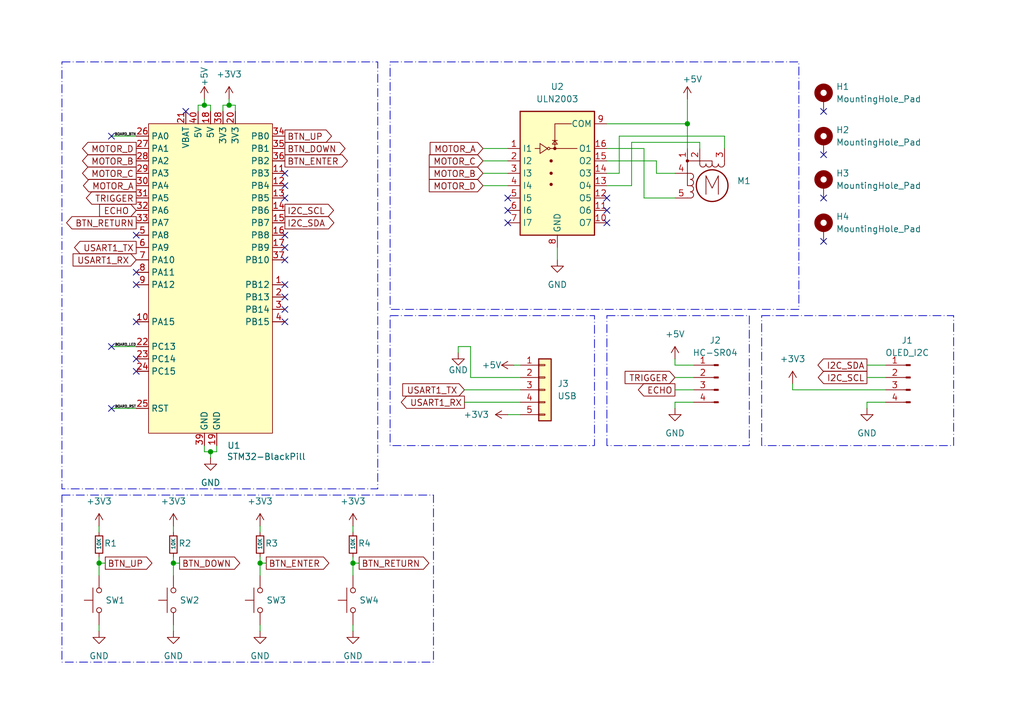
<source format=kicad_sch>
(kicad_sch
	(version 20250114)
	(generator "eeschema")
	(generator_version "9.0")
	(uuid "ac2f7c78-9157-4007-ad37-c45c4a4f57c2")
	(paper "A5")
	(title_block
		(title "Escaner-2D")
		(date "2025-09-24")
		(rev "V1.0")
		(company "Decima Enrique Emanuel")
	)
	(lib_symbols
		(symbol "Connector:Conn_01x04_Pin"
			(pin_names
				(offset 1.016)
				(hide yes)
			)
			(exclude_from_sim no)
			(in_bom yes)
			(on_board yes)
			(property "Reference" "J"
				(at 0 5.08 0)
				(effects
					(font
						(size 1.27 1.27)
					)
				)
			)
			(property "Value" "Conn_01x04_Pin"
				(at 0 -7.62 0)
				(effects
					(font
						(size 1.27 1.27)
					)
				)
			)
			(property "Footprint" ""
				(at 0 0 0)
				(effects
					(font
						(size 1.27 1.27)
					)
					(hide yes)
				)
			)
			(property "Datasheet" "~"
				(at 0 0 0)
				(effects
					(font
						(size 1.27 1.27)
					)
					(hide yes)
				)
			)
			(property "Description" "Generic connector, single row, 01x04, script generated"
				(at 0 0 0)
				(effects
					(font
						(size 1.27 1.27)
					)
					(hide yes)
				)
			)
			(property "ki_locked" ""
				(at 0 0 0)
				(effects
					(font
						(size 1.27 1.27)
					)
				)
			)
			(property "ki_keywords" "connector"
				(at 0 0 0)
				(effects
					(font
						(size 1.27 1.27)
					)
					(hide yes)
				)
			)
			(property "ki_fp_filters" "Connector*:*_1x??_*"
				(at 0 0 0)
				(effects
					(font
						(size 1.27 1.27)
					)
					(hide yes)
				)
			)
			(symbol "Conn_01x04_Pin_1_1"
				(rectangle
					(start 0.8636 2.667)
					(end 0 2.413)
					(stroke
						(width 0.1524)
						(type default)
					)
					(fill
						(type outline)
					)
				)
				(rectangle
					(start 0.8636 0.127)
					(end 0 -0.127)
					(stroke
						(width 0.1524)
						(type default)
					)
					(fill
						(type outline)
					)
				)
				(rectangle
					(start 0.8636 -2.413)
					(end 0 -2.667)
					(stroke
						(width 0.1524)
						(type default)
					)
					(fill
						(type outline)
					)
				)
				(rectangle
					(start 0.8636 -4.953)
					(end 0 -5.207)
					(stroke
						(width 0.1524)
						(type default)
					)
					(fill
						(type outline)
					)
				)
				(polyline
					(pts
						(xy 1.27 2.54) (xy 0.8636 2.54)
					)
					(stroke
						(width 0.1524)
						(type default)
					)
					(fill
						(type none)
					)
				)
				(polyline
					(pts
						(xy 1.27 0) (xy 0.8636 0)
					)
					(stroke
						(width 0.1524)
						(type default)
					)
					(fill
						(type none)
					)
				)
				(polyline
					(pts
						(xy 1.27 -2.54) (xy 0.8636 -2.54)
					)
					(stroke
						(width 0.1524)
						(type default)
					)
					(fill
						(type none)
					)
				)
				(polyline
					(pts
						(xy 1.27 -5.08) (xy 0.8636 -5.08)
					)
					(stroke
						(width 0.1524)
						(type default)
					)
					(fill
						(type none)
					)
				)
				(pin passive line
					(at 5.08 2.54 180)
					(length 3.81)
					(name "Pin_1"
						(effects
							(font
								(size 1.27 1.27)
							)
						)
					)
					(number "1"
						(effects
							(font
								(size 1.27 1.27)
							)
						)
					)
				)
				(pin passive line
					(at 5.08 0 180)
					(length 3.81)
					(name "Pin_2"
						(effects
							(font
								(size 1.27 1.27)
							)
						)
					)
					(number "2"
						(effects
							(font
								(size 1.27 1.27)
							)
						)
					)
				)
				(pin passive line
					(at 5.08 -2.54 180)
					(length 3.81)
					(name "Pin_3"
						(effects
							(font
								(size 1.27 1.27)
							)
						)
					)
					(number "3"
						(effects
							(font
								(size 1.27 1.27)
							)
						)
					)
				)
				(pin passive line
					(at 5.08 -5.08 180)
					(length 3.81)
					(name "Pin_4"
						(effects
							(font
								(size 1.27 1.27)
							)
						)
					)
					(number "4"
						(effects
							(font
								(size 1.27 1.27)
							)
						)
					)
				)
			)
			(embedded_fonts no)
		)
		(symbol "Connector_Generic:Conn_01x05"
			(pin_names
				(offset 1.016)
				(hide yes)
			)
			(exclude_from_sim no)
			(in_bom yes)
			(on_board yes)
			(property "Reference" "J"
				(at 0 7.62 0)
				(effects
					(font
						(size 1.27 1.27)
					)
				)
			)
			(property "Value" "Conn_01x05"
				(at 0 -7.62 0)
				(effects
					(font
						(size 1.27 1.27)
					)
				)
			)
			(property "Footprint" ""
				(at 0 0 0)
				(effects
					(font
						(size 1.27 1.27)
					)
					(hide yes)
				)
			)
			(property "Datasheet" "~"
				(at 0 0 0)
				(effects
					(font
						(size 1.27 1.27)
					)
					(hide yes)
				)
			)
			(property "Description" "Generic connector, single row, 01x05, script generated (kicad-library-utils/schlib/autogen/connector/)"
				(at 0 0 0)
				(effects
					(font
						(size 1.27 1.27)
					)
					(hide yes)
				)
			)
			(property "ki_keywords" "connector"
				(at 0 0 0)
				(effects
					(font
						(size 1.27 1.27)
					)
					(hide yes)
				)
			)
			(property "ki_fp_filters" "Connector*:*_1x??_*"
				(at 0 0 0)
				(effects
					(font
						(size 1.27 1.27)
					)
					(hide yes)
				)
			)
			(symbol "Conn_01x05_1_1"
				(rectangle
					(start -1.27 6.35)
					(end 1.27 -6.35)
					(stroke
						(width 0.254)
						(type default)
					)
					(fill
						(type background)
					)
				)
				(rectangle
					(start -1.27 5.207)
					(end 0 4.953)
					(stroke
						(width 0.1524)
						(type default)
					)
					(fill
						(type none)
					)
				)
				(rectangle
					(start -1.27 2.667)
					(end 0 2.413)
					(stroke
						(width 0.1524)
						(type default)
					)
					(fill
						(type none)
					)
				)
				(rectangle
					(start -1.27 0.127)
					(end 0 -0.127)
					(stroke
						(width 0.1524)
						(type default)
					)
					(fill
						(type none)
					)
				)
				(rectangle
					(start -1.27 -2.413)
					(end 0 -2.667)
					(stroke
						(width 0.1524)
						(type default)
					)
					(fill
						(type none)
					)
				)
				(rectangle
					(start -1.27 -4.953)
					(end 0 -5.207)
					(stroke
						(width 0.1524)
						(type default)
					)
					(fill
						(type none)
					)
				)
				(pin passive line
					(at -5.08 5.08 0)
					(length 3.81)
					(name "Pin_1"
						(effects
							(font
								(size 1.27 1.27)
							)
						)
					)
					(number "1"
						(effects
							(font
								(size 1.27 1.27)
							)
						)
					)
				)
				(pin passive line
					(at -5.08 2.54 0)
					(length 3.81)
					(name "Pin_2"
						(effects
							(font
								(size 1.27 1.27)
							)
						)
					)
					(number "2"
						(effects
							(font
								(size 1.27 1.27)
							)
						)
					)
				)
				(pin passive line
					(at -5.08 0 0)
					(length 3.81)
					(name "Pin_3"
						(effects
							(font
								(size 1.27 1.27)
							)
						)
					)
					(number "3"
						(effects
							(font
								(size 1.27 1.27)
							)
						)
					)
				)
				(pin passive line
					(at -5.08 -2.54 0)
					(length 3.81)
					(name "Pin_4"
						(effects
							(font
								(size 1.27 1.27)
							)
						)
					)
					(number "4"
						(effects
							(font
								(size 1.27 1.27)
							)
						)
					)
				)
				(pin passive line
					(at -5.08 -5.08 0)
					(length 3.81)
					(name "Pin_5"
						(effects
							(font
								(size 1.27 1.27)
							)
						)
					)
					(number "5"
						(effects
							(font
								(size 1.27 1.27)
							)
						)
					)
				)
			)
			(embedded_fonts no)
		)
		(symbol "Device:R_Small"
			(pin_numbers
				(hide yes)
			)
			(pin_names
				(offset 0.254)
				(hide yes)
			)
			(exclude_from_sim no)
			(in_bom yes)
			(on_board yes)
			(property "Reference" "R"
				(at 0.762 0.508 0)
				(effects
					(font
						(size 1.27 1.27)
					)
					(justify left)
				)
			)
			(property "Value" "R_Small"
				(at 0.762 -1.016 0)
				(effects
					(font
						(size 1.27 1.27)
					)
					(justify left)
				)
			)
			(property "Footprint" ""
				(at 0 0 0)
				(effects
					(font
						(size 1.27 1.27)
					)
					(hide yes)
				)
			)
			(property "Datasheet" "~"
				(at 0 0 0)
				(effects
					(font
						(size 1.27 1.27)
					)
					(hide yes)
				)
			)
			(property "Description" "Resistor, small symbol"
				(at 0 0 0)
				(effects
					(font
						(size 1.27 1.27)
					)
					(hide yes)
				)
			)
			(property "ki_keywords" "R resistor"
				(at 0 0 0)
				(effects
					(font
						(size 1.27 1.27)
					)
					(hide yes)
				)
			)
			(property "ki_fp_filters" "R_*"
				(at 0 0 0)
				(effects
					(font
						(size 1.27 1.27)
					)
					(hide yes)
				)
			)
			(symbol "R_Small_0_1"
				(rectangle
					(start -0.762 1.778)
					(end 0.762 -1.778)
					(stroke
						(width 0.2032)
						(type default)
					)
					(fill
						(type none)
					)
				)
			)
			(symbol "R_Small_1_1"
				(pin passive line
					(at 0 2.54 270)
					(length 0.762)
					(name "~"
						(effects
							(font
								(size 1.27 1.27)
							)
						)
					)
					(number "1"
						(effects
							(font
								(size 1.27 1.27)
							)
						)
					)
				)
				(pin passive line
					(at 0 -2.54 90)
					(length 0.762)
					(name "~"
						(effects
							(font
								(size 1.27 1.27)
							)
						)
					)
					(number "2"
						(effects
							(font
								(size 1.27 1.27)
							)
						)
					)
				)
			)
			(embedded_fonts no)
		)
		(symbol "Mechanical:MountingHole_Pad"
			(pin_numbers
				(hide yes)
			)
			(pin_names
				(offset 1.016)
				(hide yes)
			)
			(exclude_from_sim yes)
			(in_bom no)
			(on_board yes)
			(property "Reference" "H"
				(at 0 6.35 0)
				(effects
					(font
						(size 1.27 1.27)
					)
				)
			)
			(property "Value" "MountingHole_Pad"
				(at 0 4.445 0)
				(effects
					(font
						(size 1.27 1.27)
					)
				)
			)
			(property "Footprint" ""
				(at 0 0 0)
				(effects
					(font
						(size 1.27 1.27)
					)
					(hide yes)
				)
			)
			(property "Datasheet" "~"
				(at 0 0 0)
				(effects
					(font
						(size 1.27 1.27)
					)
					(hide yes)
				)
			)
			(property "Description" "Mounting Hole with connection"
				(at 0 0 0)
				(effects
					(font
						(size 1.27 1.27)
					)
					(hide yes)
				)
			)
			(property "ki_keywords" "mounting hole"
				(at 0 0 0)
				(effects
					(font
						(size 1.27 1.27)
					)
					(hide yes)
				)
			)
			(property "ki_fp_filters" "MountingHole*Pad*"
				(at 0 0 0)
				(effects
					(font
						(size 1.27 1.27)
					)
					(hide yes)
				)
			)
			(symbol "MountingHole_Pad_0_1"
				(circle
					(center 0 1.27)
					(radius 1.27)
					(stroke
						(width 1.27)
						(type default)
					)
					(fill
						(type none)
					)
				)
			)
			(symbol "MountingHole_Pad_1_1"
				(pin input line
					(at 0 -2.54 90)
					(length 2.54)
					(name "1"
						(effects
							(font
								(size 1.27 1.27)
							)
						)
					)
					(number "1"
						(effects
							(font
								(size 1.27 1.27)
							)
						)
					)
				)
			)
			(embedded_fonts no)
		)
		(symbol "Motor:Stepper_Motor_unipolar_5pin"
			(pin_names
				(offset 0)
				(hide yes)
			)
			(exclude_from_sim no)
			(in_bom yes)
			(on_board yes)
			(property "Reference" "M"
				(at 3.81 2.54 0)
				(effects
					(font
						(size 1.27 1.27)
					)
					(justify left)
				)
			)
			(property "Value" "Stepper_Motor_unipolar_5pin"
				(at 3.81 1.27 0)
				(effects
					(font
						(size 1.27 1.27)
					)
					(justify left top)
				)
			)
			(property "Footprint" ""
				(at 0.254 -0.254 0)
				(effects
					(font
						(size 1.27 1.27)
					)
					(hide yes)
				)
			)
			(property "Datasheet" "http://www.infineon.com/dgdl/Application-Note-TLE8110EE_driving_UniPolarStepperMotor_V1.1.pdf?fileId=db3a30431be39b97011be5d0aa0a00b0"
				(at 0.254 -0.254 0)
				(effects
					(font
						(size 1.27 1.27)
					)
					(hide yes)
				)
			)
			(property "Description" "5-wire unipolar stepper motor"
				(at 0 0 0)
				(effects
					(font
						(size 1.27 1.27)
					)
					(hide yes)
				)
			)
			(property "ki_keywords" "unipolar stepper motor"
				(at 0 0 0)
				(effects
					(font
						(size 1.27 1.27)
					)
					(hide yes)
				)
			)
			(property "ki_fp_filters" "PinHeader*P2.54mm* TerminalBlock*"
				(at 0 0 0)
				(effects
					(font
						(size 1.27 1.27)
					)
					(hide yes)
				)
			)
			(symbol "Stepper_Motor_unipolar_5pin_0_0"
				(polyline
					(pts
						(xy -1.27 -1.778) (xy -1.27 2.032) (xy 0 -0.508) (xy 1.27 2.032) (xy 1.27 -1.778)
					)
					(stroke
						(width 0)
						(type default)
					)
					(fill
						(type none)
					)
				)
			)
			(symbol "Stepper_Motor_unipolar_5pin_0_1"
				(circle
					(center -5.08 5.08)
					(radius 0.0001)
					(stroke
						(width 0)
						(type default)
					)
					(fill
						(type outline)
					)
				)
				(circle
					(center -5.08 5.08)
					(radius 0.254)
					(stroke
						(width 0)
						(type default)
					)
					(fill
						(type outline)
					)
				)
				(polyline
					(pts
						(xy -5.08 5.08) (xy -5.08 0) (xy -4.445 0)
					)
					(stroke
						(width 0)
						(type default)
					)
					(fill
						(type none)
					)
				)
				(polyline
					(pts
						(xy -5.08 2.54) (xy -4.445 2.54)
					)
					(stroke
						(width 0)
						(type default)
					)
					(fill
						(type none)
					)
				)
				(polyline
					(pts
						(xy -5.08 -2.54) (xy -4.445 -2.54)
					)
					(stroke
						(width 0)
						(type default)
					)
					(fill
						(type none)
					)
				)
				(arc
					(start -4.445 2.54)
					(mid -3.8127 1.905)
					(end -4.445 1.27)
					(stroke
						(width 0)
						(type default)
					)
					(fill
						(type none)
					)
				)
				(arc
					(start -4.445 1.27)
					(mid -3.8127 0.635)
					(end -4.445 0)
					(stroke
						(width 0)
						(type default)
					)
					(fill
						(type none)
					)
				)
				(arc
					(start -4.445 0)
					(mid -3.8127 -0.635)
					(end -4.445 -1.27)
					(stroke
						(width 0)
						(type default)
					)
					(fill
						(type none)
					)
				)
				(arc
					(start -4.445 -1.27)
					(mid -3.8127 -1.905)
					(end -4.445 -2.54)
					(stroke
						(width 0)
						(type default)
					)
					(fill
						(type none)
					)
				)
				(polyline
					(pts
						(xy -2.54 4.445) (xy -2.54 5.08)
					)
					(stroke
						(width 0)
						(type default)
					)
					(fill
						(type none)
					)
				)
				(arc
					(start -1.27 4.445)
					(mid -1.905 3.8127)
					(end -2.54 4.445)
					(stroke
						(width 0)
						(type default)
					)
					(fill
						(type none)
					)
				)
				(arc
					(start 0 4.445)
					(mid -0.635 3.8127)
					(end -1.27 4.445)
					(stroke
						(width 0)
						(type default)
					)
					(fill
						(type none)
					)
				)
				(polyline
					(pts
						(xy 0 4.445) (xy 0 5.08) (xy -5.08 5.08)
					)
					(stroke
						(width 0)
						(type default)
					)
					(fill
						(type none)
					)
				)
				(circle
					(center 0 0)
					(radius 3.2512)
					(stroke
						(width 0.254)
						(type default)
					)
					(fill
						(type none)
					)
				)
				(arc
					(start 1.27 4.445)
					(mid 0.635 3.8127)
					(end 0 4.445)
					(stroke
						(width 0)
						(type default)
					)
					(fill
						(type none)
					)
				)
				(arc
					(start 2.54 4.445)
					(mid 1.905 3.8127)
					(end 1.27 4.445)
					(stroke
						(width 0)
						(type default)
					)
					(fill
						(type none)
					)
				)
				(polyline
					(pts
						(xy 2.54 4.445) (xy 2.54 5.08)
					)
					(stroke
						(width 0)
						(type default)
					)
					(fill
						(type none)
					)
				)
			)
			(symbol "Stepper_Motor_unipolar_5pin_1_1"
				(pin passive line
					(at -7.62 2.54 0)
					(length 2.54)
					(name "~"
						(effects
							(font
								(size 1.27 1.27)
							)
						)
					)
					(number "4"
						(effects
							(font
								(size 1.27 1.27)
							)
						)
					)
				)
				(pin passive line
					(at -7.62 -2.54 0)
					(length 2.54)
					(name "~"
						(effects
							(font
								(size 1.27 1.27)
							)
						)
					)
					(number "5"
						(effects
							(font
								(size 1.27 1.27)
							)
						)
					)
				)
				(pin passive line
					(at -5.08 7.62 270)
					(length 2.54)
					(name "~"
						(effects
							(font
								(size 1.27 1.27)
							)
						)
					)
					(number "1"
						(effects
							(font
								(size 1.27 1.27)
							)
						)
					)
				)
				(pin passive line
					(at -2.54 7.62 270)
					(length 2.54)
					(name "~"
						(effects
							(font
								(size 1.27 1.27)
							)
						)
					)
					(number "2"
						(effects
							(font
								(size 1.27 1.27)
							)
						)
					)
				)
				(pin passive line
					(at 2.54 7.62 270)
					(length 2.54)
					(name "-"
						(effects
							(font
								(size 1.27 1.27)
							)
						)
					)
					(number "3"
						(effects
							(font
								(size 1.27 1.27)
							)
						)
					)
				)
			)
			(embedded_fonts no)
		)
		(symbol "Project_Library:STM32BlackPill"
			(exclude_from_sim no)
			(in_bom yes)
			(on_board yes)
			(property "Reference" "U"
				(at 0 0 0)
				(effects
					(font
						(size 1.27 1.27)
					)
				)
			)
			(property "Value" ""
				(at 0 0 0)
				(effects
					(font
						(size 1.27 1.27)
					)
				)
			)
			(property "Footprint" ""
				(at 0 0 0)
				(effects
					(font
						(size 1.27 1.27)
					)
					(hide yes)
				)
			)
			(property "Datasheet" ""
				(at 0 0 0)
				(effects
					(font
						(size 1.27 1.27)
					)
					(hide yes)
				)
			)
			(property "Description" "STM32BlackPill"
				(at 0 3.048 0)
				(effects
					(font
						(size 1.27 1.27)
					)
					(hide yes)
				)
			)
			(symbol "STM32BlackPill_1_1"
				(rectangle
					(start -12.7 25.4)
					(end 12.7 -38.1)
					(stroke
						(width 0)
						(type solid)
					)
					(fill
						(type background)
					)
				)
				(pin bidirectional line
					(at -15.24 22.86 0)
					(length 2.54)
					(name "PA0"
						(effects
							(font
								(size 1.27 1.27)
							)
						)
					)
					(number "26"
						(effects
							(font
								(size 1.27 1.27)
							)
						)
					)
				)
				(pin bidirectional line
					(at -15.24 20.32 0)
					(length 2.54)
					(name "PA1"
						(effects
							(font
								(size 1.27 1.27)
							)
						)
					)
					(number "27"
						(effects
							(font
								(size 1.27 1.27)
							)
						)
					)
				)
				(pin bidirectional line
					(at -15.24 17.78 0)
					(length 2.54)
					(name "PA2"
						(effects
							(font
								(size 1.27 1.27)
							)
						)
					)
					(number "28"
						(effects
							(font
								(size 1.27 1.27)
							)
						)
					)
				)
				(pin bidirectional line
					(at -15.24 15.24 0)
					(length 2.54)
					(name "PA3"
						(effects
							(font
								(size 1.27 1.27)
							)
						)
					)
					(number "29"
						(effects
							(font
								(size 1.27 1.27)
							)
						)
					)
				)
				(pin bidirectional line
					(at -15.24 12.7 0)
					(length 2.54)
					(name "PA4"
						(effects
							(font
								(size 1.27 1.27)
							)
						)
					)
					(number "30"
						(effects
							(font
								(size 1.27 1.27)
							)
						)
					)
				)
				(pin bidirectional line
					(at -15.24 10.16 0)
					(length 2.54)
					(name "PA5"
						(effects
							(font
								(size 1.27 1.27)
							)
						)
					)
					(number "31"
						(effects
							(font
								(size 1.27 1.27)
							)
						)
					)
				)
				(pin bidirectional line
					(at -15.24 7.62 0)
					(length 2.54)
					(name "PA6"
						(effects
							(font
								(size 1.27 1.27)
							)
						)
					)
					(number "32"
						(effects
							(font
								(size 1.27 1.27)
							)
						)
					)
				)
				(pin bidirectional line
					(at -15.24 5.08 0)
					(length 2.54)
					(name "PA7"
						(effects
							(font
								(size 1.27 1.27)
							)
						)
					)
					(number "33"
						(effects
							(font
								(size 1.27 1.27)
							)
						)
					)
				)
				(pin bidirectional line
					(at -15.24 2.54 0)
					(length 2.54)
					(name "PA8"
						(effects
							(font
								(size 1.27 1.27)
							)
						)
					)
					(number "5"
						(effects
							(font
								(size 1.27 1.27)
							)
						)
					)
				)
				(pin bidirectional line
					(at -15.24 0 0)
					(length 2.54)
					(name "PA9"
						(effects
							(font
								(size 1.27 1.27)
							)
						)
					)
					(number "6"
						(effects
							(font
								(size 1.27 1.27)
							)
						)
					)
				)
				(pin bidirectional line
					(at -15.24 -2.54 0)
					(length 2.54)
					(name "PA10"
						(effects
							(font
								(size 1.27 1.27)
							)
						)
					)
					(number "7"
						(effects
							(font
								(size 1.27 1.27)
							)
						)
					)
				)
				(pin bidirectional line
					(at -15.24 -5.08 0)
					(length 2.54)
					(name "PA11"
						(effects
							(font
								(size 1.27 1.27)
							)
						)
					)
					(number "8"
						(effects
							(font
								(size 1.27 1.27)
							)
						)
					)
				)
				(pin bidirectional line
					(at -15.24 -7.62 0)
					(length 2.54)
					(name "PA12"
						(effects
							(font
								(size 1.27 1.27)
							)
						)
					)
					(number "9"
						(effects
							(font
								(size 1.27 1.27)
							)
						)
					)
				)
				(pin bidirectional line
					(at -15.24 -15.24 0)
					(length 2.54)
					(name "PA15"
						(effects
							(font
								(size 1.27 1.27)
							)
						)
					)
					(number "10"
						(effects
							(font
								(size 1.27 1.27)
							)
						)
					)
				)
				(pin bidirectional line
					(at -15.24 -20.32 0)
					(length 2.54)
					(name "PC13"
						(effects
							(font
								(size 1.27 1.27)
							)
						)
					)
					(number "22"
						(effects
							(font
								(size 1.27 1.27)
							)
						)
					)
				)
				(pin bidirectional line
					(at -15.24 -22.86 0)
					(length 2.54)
					(name "PC14"
						(effects
							(font
								(size 1.27 1.27)
							)
						)
					)
					(number "23"
						(effects
							(font
								(size 1.27 1.27)
							)
						)
					)
				)
				(pin bidirectional line
					(at -15.24 -25.4 0)
					(length 2.54)
					(name "PC15"
						(effects
							(font
								(size 1.27 1.27)
							)
						)
					)
					(number "24"
						(effects
							(font
								(size 1.27 1.27)
							)
						)
					)
				)
				(pin input line
					(at -15.24 -33.02 0)
					(length 2.54)
					(name "RST"
						(effects
							(font
								(size 1.27 1.27)
							)
						)
					)
					(number "25"
						(effects
							(font
								(size 1.27 1.27)
							)
						)
					)
				)
				(pin power_in line
					(at -5.08 27.94 270)
					(length 2.54)
					(name "VBAT"
						(effects
							(font
								(size 1.27 1.27)
							)
						)
					)
					(number "21"
						(effects
							(font
								(size 1.27 1.27)
							)
						)
					)
				)
				(pin power_in line
					(at -2.54 27.94 270)
					(length 2.54)
					(name "5V"
						(effects
							(font
								(size 1.27 1.27)
							)
						)
					)
					(number "40"
						(effects
							(font
								(size 1.27 1.27)
							)
						)
					)
				)
				(pin power_out line
					(at -1.27 -40.64 90)
					(length 2.54)
					(name "GND"
						(effects
							(font
								(size 1.27 1.27)
							)
						)
					)
					(number "39"
						(effects
							(font
								(size 1.27 1.27)
							)
						)
					)
				)
				(pin power_in line
					(at 0 27.94 270)
					(length 2.54)
					(name "5V"
						(effects
							(font
								(size 1.27 1.27)
							)
						)
					)
					(number "18"
						(effects
							(font
								(size 1.27 1.27)
							)
						)
					)
				)
				(pin power_out line
					(at 1.27 -40.64 90)
					(length 2.54)
					(name "GND"
						(effects
							(font
								(size 1.27 1.27)
							)
						)
					)
					(number "19"
						(effects
							(font
								(size 1.27 1.27)
							)
						)
					)
				)
				(pin power_in line
					(at 2.54 27.94 270)
					(length 2.54)
					(name "3V3"
						(effects
							(font
								(size 1.27 1.27)
							)
						)
					)
					(number "38"
						(effects
							(font
								(size 1.27 1.27)
							)
						)
					)
				)
				(pin power_in line
					(at 5.08 27.94 270)
					(length 2.54)
					(name "3V3"
						(effects
							(font
								(size 1.27 1.27)
							)
						)
					)
					(number "20"
						(effects
							(font
								(size 1.27 1.27)
							)
						)
					)
				)
				(pin bidirectional line
					(at 15.24 22.86 180)
					(length 2.54)
					(name "PB0"
						(effects
							(font
								(size 1.27 1.27)
							)
						)
					)
					(number "34"
						(effects
							(font
								(size 1.27 1.27)
							)
						)
					)
				)
				(pin bidirectional line
					(at 15.24 20.32 180)
					(length 2.54)
					(name "PB1"
						(effects
							(font
								(size 1.27 1.27)
							)
						)
					)
					(number "35"
						(effects
							(font
								(size 1.27 1.27)
							)
						)
					)
				)
				(pin bidirectional line
					(at 15.24 17.78 180)
					(length 2.54)
					(name "PB2"
						(effects
							(font
								(size 1.27 1.27)
							)
						)
					)
					(number "36"
						(effects
							(font
								(size 1.27 1.27)
							)
						)
					)
				)
				(pin bidirectional line
					(at 15.24 15.24 180)
					(length 2.54)
					(name "PB3"
						(effects
							(font
								(size 1.27 1.27)
							)
						)
					)
					(number "11"
						(effects
							(font
								(size 1.27 1.27)
							)
						)
					)
				)
				(pin bidirectional line
					(at 15.24 12.7 180)
					(length 2.54)
					(name "PB4"
						(effects
							(font
								(size 1.27 1.27)
							)
						)
					)
					(number "12"
						(effects
							(font
								(size 1.27 1.27)
							)
						)
					)
				)
				(pin bidirectional line
					(at 15.24 10.16 180)
					(length 2.54)
					(name "PB5"
						(effects
							(font
								(size 1.27 1.27)
							)
						)
					)
					(number "13"
						(effects
							(font
								(size 1.27 1.27)
							)
						)
					)
				)
				(pin bidirectional line
					(at 15.24 7.62 180)
					(length 2.54)
					(name "PB6"
						(effects
							(font
								(size 1.27 1.27)
							)
						)
					)
					(number "14"
						(effects
							(font
								(size 1.27 1.27)
							)
						)
					)
				)
				(pin bidirectional line
					(at 15.24 5.08 180)
					(length 2.54)
					(name "PB7"
						(effects
							(font
								(size 1.27 1.27)
							)
						)
					)
					(number "15"
						(effects
							(font
								(size 1.27 1.27)
							)
						)
					)
				)
				(pin bidirectional line
					(at 15.24 2.54 180)
					(length 2.54)
					(name "PB8"
						(effects
							(font
								(size 1.27 1.27)
							)
						)
					)
					(number "16"
						(effects
							(font
								(size 1.27 1.27)
							)
						)
					)
				)
				(pin bidirectional line
					(at 15.24 0 180)
					(length 2.54)
					(name "PB9"
						(effects
							(font
								(size 1.27 1.27)
							)
						)
					)
					(number "17"
						(effects
							(font
								(size 1.27 1.27)
							)
						)
					)
				)
				(pin bidirectional line
					(at 15.24 -2.54 180)
					(length 2.54)
					(name "PB10"
						(effects
							(font
								(size 1.27 1.27)
							)
						)
					)
					(number "37"
						(effects
							(font
								(size 1.27 1.27)
							)
						)
					)
				)
				(pin bidirectional line
					(at 15.24 -7.62 180)
					(length 2.54)
					(name "PB12"
						(effects
							(font
								(size 1.27 1.27)
							)
						)
					)
					(number "1"
						(effects
							(font
								(size 1.27 1.27)
							)
						)
					)
				)
				(pin bidirectional line
					(at 15.24 -10.16 180)
					(length 2.54)
					(name "PB13"
						(effects
							(font
								(size 1.27 1.27)
							)
						)
					)
					(number "2"
						(effects
							(font
								(size 1.27 1.27)
							)
						)
					)
				)
				(pin bidirectional line
					(at 15.24 -12.7 180)
					(length 2.54)
					(name "PB14"
						(effects
							(font
								(size 1.27 1.27)
							)
						)
					)
					(number "3"
						(effects
							(font
								(size 1.27 1.27)
							)
						)
					)
				)
				(pin bidirectional line
					(at 15.24 -15.24 180)
					(length 2.54)
					(name "PB15"
						(effects
							(font
								(size 1.27 1.27)
							)
						)
					)
					(number "4"
						(effects
							(font
								(size 1.27 1.27)
							)
						)
					)
				)
			)
			(embedded_fonts no)
		)
		(symbol "Switch:SW_Push"
			(pin_numbers
				(hide yes)
			)
			(pin_names
				(offset 1.016)
				(hide yes)
			)
			(exclude_from_sim no)
			(in_bom yes)
			(on_board yes)
			(property "Reference" "SW"
				(at 1.27 2.54 0)
				(effects
					(font
						(size 1.27 1.27)
					)
					(justify left)
				)
			)
			(property "Value" "SW_Push"
				(at 0 -1.524 0)
				(effects
					(font
						(size 1.27 1.27)
					)
				)
			)
			(property "Footprint" ""
				(at 0 5.08 0)
				(effects
					(font
						(size 1.27 1.27)
					)
					(hide yes)
				)
			)
			(property "Datasheet" "~"
				(at 0 5.08 0)
				(effects
					(font
						(size 1.27 1.27)
					)
					(hide yes)
				)
			)
			(property "Description" "Push button switch, generic, two pins"
				(at 0 0 0)
				(effects
					(font
						(size 1.27 1.27)
					)
					(hide yes)
				)
			)
			(property "ki_keywords" "switch normally-open pushbutton push-button"
				(at 0 0 0)
				(effects
					(font
						(size 1.27 1.27)
					)
					(hide yes)
				)
			)
			(symbol "SW_Push_0_1"
				(circle
					(center -2.032 0)
					(radius 0.508)
					(stroke
						(width 0)
						(type default)
					)
					(fill
						(type none)
					)
				)
				(polyline
					(pts
						(xy 0 1.27) (xy 0 3.048)
					)
					(stroke
						(width 0)
						(type default)
					)
					(fill
						(type none)
					)
				)
				(circle
					(center 2.032 0)
					(radius 0.508)
					(stroke
						(width 0)
						(type default)
					)
					(fill
						(type none)
					)
				)
				(polyline
					(pts
						(xy 2.54 1.27) (xy -2.54 1.27)
					)
					(stroke
						(width 0)
						(type default)
					)
					(fill
						(type none)
					)
				)
				(pin passive line
					(at -5.08 0 0)
					(length 2.54)
					(name "1"
						(effects
							(font
								(size 1.27 1.27)
							)
						)
					)
					(number "1"
						(effects
							(font
								(size 1.27 1.27)
							)
						)
					)
				)
				(pin passive line
					(at 5.08 0 180)
					(length 2.54)
					(name "2"
						(effects
							(font
								(size 1.27 1.27)
							)
						)
					)
					(number "2"
						(effects
							(font
								(size 1.27 1.27)
							)
						)
					)
				)
			)
			(embedded_fonts no)
		)
		(symbol "Transistor_Array:ULN2003"
			(exclude_from_sim no)
			(in_bom yes)
			(on_board yes)
			(property "Reference" "U"
				(at 0 15.875 0)
				(effects
					(font
						(size 1.27 1.27)
					)
				)
			)
			(property "Value" "ULN2003"
				(at 0 13.97 0)
				(effects
					(font
						(size 1.27 1.27)
					)
				)
			)
			(property "Footprint" ""
				(at 1.27 -13.97 0)
				(effects
					(font
						(size 1.27 1.27)
					)
					(justify left)
					(hide yes)
				)
			)
			(property "Datasheet" "http://www.ti.com/lit/ds/symlink/uln2003a.pdf"
				(at 2.54 -5.08 0)
				(effects
					(font
						(size 1.27 1.27)
					)
					(hide yes)
				)
			)
			(property "Description" "High Voltage, High Current Darlington Transistor Arrays, SOIC16/SOIC16W/DIP16/TSSOP16"
				(at 0 0 0)
				(effects
					(font
						(size 1.27 1.27)
					)
					(hide yes)
				)
			)
			(property "ki_keywords" "darlington transistor array"
				(at 0 0 0)
				(effects
					(font
						(size 1.27 1.27)
					)
					(hide yes)
				)
			)
			(property "ki_fp_filters" "DIP*W7.62mm* SOIC*3.9x9.9mm*P1.27mm* SSOP*4.4x5.2mm*P0.65mm* TSSOP*4.4x5mm*P0.65mm* SOIC*W*5.3x10.2mm*P1.27mm*"
				(at 0 0 0)
				(effects
					(font
						(size 1.27 1.27)
					)
					(hide yes)
				)
			)
			(symbol "ULN2003_0_1"
				(rectangle
					(start -7.62 -12.7)
					(end 7.62 12.7)
					(stroke
						(width 0.254)
						(type default)
					)
					(fill
						(type background)
					)
				)
				(polyline
					(pts
						(xy -4.572 5.08) (xy -3.556 5.08)
					)
					(stroke
						(width 0)
						(type default)
					)
					(fill
						(type none)
					)
				)
				(polyline
					(pts
						(xy -3.556 6.096) (xy -3.556 4.064) (xy -2.032 5.08) (xy -3.556 6.096)
					)
					(stroke
						(width 0)
						(type default)
					)
					(fill
						(type none)
					)
				)
				(circle
					(center -1.778 5.08)
					(radius 0.254)
					(stroke
						(width 0)
						(type default)
					)
					(fill
						(type none)
					)
				)
				(polyline
					(pts
						(xy -1.524 5.08) (xy 4.064 5.08)
					)
					(stroke
						(width 0)
						(type default)
					)
					(fill
						(type none)
					)
				)
				(circle
					(center -1.27 2.54)
					(radius 0.254)
					(stroke
						(width 0)
						(type default)
					)
					(fill
						(type outline)
					)
				)
				(circle
					(center -1.27 0)
					(radius 0.254)
					(stroke
						(width 0)
						(type default)
					)
					(fill
						(type outline)
					)
				)
				(circle
					(center -1.27 -2.286)
					(radius 0.254)
					(stroke
						(width 0)
						(type default)
					)
					(fill
						(type outline)
					)
				)
				(circle
					(center -0.508 5.08)
					(radius 0.254)
					(stroke
						(width 0)
						(type default)
					)
					(fill
						(type outline)
					)
				)
				(polyline
					(pts
						(xy -0.508 5.08) (xy -0.508 10.16) (xy 2.921 10.16)
					)
					(stroke
						(width 0)
						(type default)
					)
					(fill
						(type none)
					)
				)
				(polyline
					(pts
						(xy 0 6.731) (xy -1.016 6.731)
					)
					(stroke
						(width 0)
						(type default)
					)
					(fill
						(type none)
					)
				)
				(polyline
					(pts
						(xy 0 5.969) (xy -1.016 5.969) (xy -0.508 6.731) (xy 0 5.969)
					)
					(stroke
						(width 0)
						(type default)
					)
					(fill
						(type none)
					)
				)
			)
			(symbol "ULN2003_1_1"
				(pin input line
					(at -10.16 5.08 0)
					(length 2.54)
					(name "I1"
						(effects
							(font
								(size 1.27 1.27)
							)
						)
					)
					(number "1"
						(effects
							(font
								(size 1.27 1.27)
							)
						)
					)
				)
				(pin input line
					(at -10.16 2.54 0)
					(length 2.54)
					(name "I2"
						(effects
							(font
								(size 1.27 1.27)
							)
						)
					)
					(number "2"
						(effects
							(font
								(size 1.27 1.27)
							)
						)
					)
				)
				(pin input line
					(at -10.16 0 0)
					(length 2.54)
					(name "I3"
						(effects
							(font
								(size 1.27 1.27)
							)
						)
					)
					(number "3"
						(effects
							(font
								(size 1.27 1.27)
							)
						)
					)
				)
				(pin input line
					(at -10.16 -2.54 0)
					(length 2.54)
					(name "I4"
						(effects
							(font
								(size 1.27 1.27)
							)
						)
					)
					(number "4"
						(effects
							(font
								(size 1.27 1.27)
							)
						)
					)
				)
				(pin input line
					(at -10.16 -5.08 0)
					(length 2.54)
					(name "I5"
						(effects
							(font
								(size 1.27 1.27)
							)
						)
					)
					(number "5"
						(effects
							(font
								(size 1.27 1.27)
							)
						)
					)
				)
				(pin input line
					(at -10.16 -7.62 0)
					(length 2.54)
					(name "I6"
						(effects
							(font
								(size 1.27 1.27)
							)
						)
					)
					(number "6"
						(effects
							(font
								(size 1.27 1.27)
							)
						)
					)
				)
				(pin input line
					(at -10.16 -10.16 0)
					(length 2.54)
					(name "I7"
						(effects
							(font
								(size 1.27 1.27)
							)
						)
					)
					(number "7"
						(effects
							(font
								(size 1.27 1.27)
							)
						)
					)
				)
				(pin power_in line
					(at 0 -15.24 90)
					(length 2.54)
					(name "GND"
						(effects
							(font
								(size 1.27 1.27)
							)
						)
					)
					(number "8"
						(effects
							(font
								(size 1.27 1.27)
							)
						)
					)
				)
				(pin passive line
					(at 10.16 10.16 180)
					(length 2.54)
					(name "COM"
						(effects
							(font
								(size 1.27 1.27)
							)
						)
					)
					(number "9"
						(effects
							(font
								(size 1.27 1.27)
							)
						)
					)
				)
				(pin open_collector line
					(at 10.16 5.08 180)
					(length 2.54)
					(name "O1"
						(effects
							(font
								(size 1.27 1.27)
							)
						)
					)
					(number "16"
						(effects
							(font
								(size 1.27 1.27)
							)
						)
					)
				)
				(pin open_collector line
					(at 10.16 2.54 180)
					(length 2.54)
					(name "O2"
						(effects
							(font
								(size 1.27 1.27)
							)
						)
					)
					(number "15"
						(effects
							(font
								(size 1.27 1.27)
							)
						)
					)
				)
				(pin open_collector line
					(at 10.16 0 180)
					(length 2.54)
					(name "O3"
						(effects
							(font
								(size 1.27 1.27)
							)
						)
					)
					(number "14"
						(effects
							(font
								(size 1.27 1.27)
							)
						)
					)
				)
				(pin open_collector line
					(at 10.16 -2.54 180)
					(length 2.54)
					(name "O4"
						(effects
							(font
								(size 1.27 1.27)
							)
						)
					)
					(number "13"
						(effects
							(font
								(size 1.27 1.27)
							)
						)
					)
				)
				(pin open_collector line
					(at 10.16 -5.08 180)
					(length 2.54)
					(name "O5"
						(effects
							(font
								(size 1.27 1.27)
							)
						)
					)
					(number "12"
						(effects
							(font
								(size 1.27 1.27)
							)
						)
					)
				)
				(pin open_collector line
					(at 10.16 -7.62 180)
					(length 2.54)
					(name "O6"
						(effects
							(font
								(size 1.27 1.27)
							)
						)
					)
					(number "11"
						(effects
							(font
								(size 1.27 1.27)
							)
						)
					)
				)
				(pin open_collector line
					(at 10.16 -10.16 180)
					(length 2.54)
					(name "O7"
						(effects
							(font
								(size 1.27 1.27)
							)
						)
					)
					(number "10"
						(effects
							(font
								(size 1.27 1.27)
							)
						)
					)
				)
			)
			(embedded_fonts no)
		)
		(symbol "power:+3V3"
			(power)
			(pin_numbers
				(hide yes)
			)
			(pin_names
				(offset 0)
				(hide yes)
			)
			(exclude_from_sim no)
			(in_bom yes)
			(on_board yes)
			(property "Reference" "#PWR"
				(at 0 -3.81 0)
				(effects
					(font
						(size 1.27 1.27)
					)
					(hide yes)
				)
			)
			(property "Value" "+3V3"
				(at 0 3.556 0)
				(effects
					(font
						(size 1.27 1.27)
					)
				)
			)
			(property "Footprint" ""
				(at 0 0 0)
				(effects
					(font
						(size 1.27 1.27)
					)
					(hide yes)
				)
			)
			(property "Datasheet" ""
				(at 0 0 0)
				(effects
					(font
						(size 1.27 1.27)
					)
					(hide yes)
				)
			)
			(property "Description" "Power symbol creates a global label with name \"+3V3\""
				(at 0 0 0)
				(effects
					(font
						(size 1.27 1.27)
					)
					(hide yes)
				)
			)
			(property "ki_keywords" "global power"
				(at 0 0 0)
				(effects
					(font
						(size 1.27 1.27)
					)
					(hide yes)
				)
			)
			(symbol "+3V3_0_1"
				(polyline
					(pts
						(xy -0.762 1.27) (xy 0 2.54)
					)
					(stroke
						(width 0)
						(type default)
					)
					(fill
						(type none)
					)
				)
				(polyline
					(pts
						(xy 0 2.54) (xy 0.762 1.27)
					)
					(stroke
						(width 0)
						(type default)
					)
					(fill
						(type none)
					)
				)
				(polyline
					(pts
						(xy 0 0) (xy 0 2.54)
					)
					(stroke
						(width 0)
						(type default)
					)
					(fill
						(type none)
					)
				)
			)
			(symbol "+3V3_1_1"
				(pin power_in line
					(at 0 0 90)
					(length 0)
					(name "~"
						(effects
							(font
								(size 1.27 1.27)
							)
						)
					)
					(number "1"
						(effects
							(font
								(size 1.27 1.27)
							)
						)
					)
				)
			)
			(embedded_fonts no)
		)
		(symbol "power:+5V"
			(power)
			(pin_numbers
				(hide yes)
			)
			(pin_names
				(offset 0)
				(hide yes)
			)
			(exclude_from_sim no)
			(in_bom yes)
			(on_board yes)
			(property "Reference" "#PWR"
				(at 0 -3.81 0)
				(effects
					(font
						(size 1.27 1.27)
					)
					(hide yes)
				)
			)
			(property "Value" "+5V"
				(at 0 3.556 0)
				(effects
					(font
						(size 1.27 1.27)
					)
				)
			)
			(property "Footprint" ""
				(at 0 0 0)
				(effects
					(font
						(size 1.27 1.27)
					)
					(hide yes)
				)
			)
			(property "Datasheet" ""
				(at 0 0 0)
				(effects
					(font
						(size 1.27 1.27)
					)
					(hide yes)
				)
			)
			(property "Description" "Power symbol creates a global label with name \"+5V\""
				(at 0 0 0)
				(effects
					(font
						(size 1.27 1.27)
					)
					(hide yes)
				)
			)
			(property "ki_keywords" "global power"
				(at 0 0 0)
				(effects
					(font
						(size 1.27 1.27)
					)
					(hide yes)
				)
			)
			(symbol "+5V_0_1"
				(polyline
					(pts
						(xy -0.762 1.27) (xy 0 2.54)
					)
					(stroke
						(width 0)
						(type default)
					)
					(fill
						(type none)
					)
				)
				(polyline
					(pts
						(xy 0 2.54) (xy 0.762 1.27)
					)
					(stroke
						(width 0)
						(type default)
					)
					(fill
						(type none)
					)
				)
				(polyline
					(pts
						(xy 0 0) (xy 0 2.54)
					)
					(stroke
						(width 0)
						(type default)
					)
					(fill
						(type none)
					)
				)
			)
			(symbol "+5V_1_1"
				(pin power_in line
					(at 0 0 90)
					(length 0)
					(name "~"
						(effects
							(font
								(size 1.27 1.27)
							)
						)
					)
					(number "1"
						(effects
							(font
								(size 1.27 1.27)
							)
						)
					)
				)
			)
			(embedded_fonts no)
		)
		(symbol "power:GND"
			(power)
			(pin_numbers
				(hide yes)
			)
			(pin_names
				(offset 0)
				(hide yes)
			)
			(exclude_from_sim no)
			(in_bom yes)
			(on_board yes)
			(property "Reference" "#PWR"
				(at 0 -6.35 0)
				(effects
					(font
						(size 1.27 1.27)
					)
					(hide yes)
				)
			)
			(property "Value" "GND"
				(at 0 -3.81 0)
				(effects
					(font
						(size 1.27 1.27)
					)
				)
			)
			(property "Footprint" ""
				(at 0 0 0)
				(effects
					(font
						(size 1.27 1.27)
					)
					(hide yes)
				)
			)
			(property "Datasheet" ""
				(at 0 0 0)
				(effects
					(font
						(size 1.27 1.27)
					)
					(hide yes)
				)
			)
			(property "Description" "Power symbol creates a global label with name \"GND\" , ground"
				(at 0 0 0)
				(effects
					(font
						(size 1.27 1.27)
					)
					(hide yes)
				)
			)
			(property "ki_keywords" "global power"
				(at 0 0 0)
				(effects
					(font
						(size 1.27 1.27)
					)
					(hide yes)
				)
			)
			(symbol "GND_0_1"
				(polyline
					(pts
						(xy 0 0) (xy 0 -1.27) (xy 1.27 -1.27) (xy 0 -2.54) (xy -1.27 -1.27) (xy 0 -1.27)
					)
					(stroke
						(width 0)
						(type default)
					)
					(fill
						(type none)
					)
				)
			)
			(symbol "GND_1_1"
				(pin power_in line
					(at 0 0 270)
					(length 0)
					(name "~"
						(effects
							(font
								(size 1.27 1.27)
							)
						)
					)
					(number "1"
						(effects
							(font
								(size 1.27 1.27)
							)
						)
					)
				)
			)
			(embedded_fonts no)
		)
	)
	(rectangle
		(start 80.01 12.7)
		(end 163.83 63.5)
		(stroke
			(width 0)
			(type dash_dot)
		)
		(fill
			(type none)
		)
		(uuid 83273186-2b1b-42ab-bd45-3861e4e3e1f9)
	)
	(rectangle
		(start 12.7 101.6)
		(end 88.9 135.89)
		(stroke
			(width 0)
			(type dash_dot)
		)
		(fill
			(type none)
		)
		(uuid 8d6280a1-2b88-409c-af8d-7d03e8961b71)
	)
	(rectangle
		(start 12.7 12.7)
		(end 77.47 100.33)
		(stroke
			(width 0)
			(type dash_dot)
		)
		(fill
			(type none)
		)
		(uuid b233c764-2e93-4828-8892-ab156098b23b)
	)
	(rectangle
		(start 80.01 64.77)
		(end 121.92 91.44)
		(stroke
			(width 0)
			(type dash_dot)
		)
		(fill
			(type none)
		)
		(uuid bceb4e7e-5d5b-4910-98b9-850e73d1916b)
	)
	(rectangle
		(start 124.46 64.77)
		(end 153.67 91.44)
		(stroke
			(width 0)
			(type dash_dot)
		)
		(fill
			(type none)
		)
		(uuid be6b0f0f-a1b1-482c-963c-e998c7474f30)
	)
	(rectangle
		(start 156.21 64.77)
		(end 195.58 91.44)
		(stroke
			(width 0)
			(type dash_dot)
		)
		(fill
			(type none)
		)
		(uuid dd4d0aed-4fb1-4eb4-abe6-34912ee46c48)
	)
	(junction
		(at 43.18 92.71)
		(diameter 0)
		(color 0 0 0 0)
		(uuid "3daf473a-14a0-4ed9-b680-2355bf079205")
	)
	(junction
		(at 41.91 21.59)
		(diameter 0)
		(color 0 0 0 0)
		(uuid "560c522f-bd02-42a1-8a86-aa83ad74c17a")
	)
	(junction
		(at 46.99 21.59)
		(diameter 0)
		(color 0 0 0 0)
		(uuid "69122b33-bb60-40e5-9250-1023fd69656a")
	)
	(junction
		(at 140.97 25.4)
		(diameter 0)
		(color 0 0 0 0)
		(uuid "6d0dc95b-4360-4780-b26e-f8a1836531be")
	)
	(junction
		(at 20.32 115.57)
		(diameter 0)
		(color 0 0 0 0)
		(uuid "881462ad-ab37-450a-be1f-265d9ccbb0c8")
	)
	(junction
		(at 53.34 115.57)
		(diameter 0)
		(color 0 0 0 0)
		(uuid "8c678346-97f1-4ada-9f48-2a148c2c4fec")
	)
	(junction
		(at 35.56 115.57)
		(diameter 0)
		(color 0 0 0 0)
		(uuid "9228cf83-2b2b-4826-a16f-b8b46495fa5a")
	)
	(junction
		(at 72.39 115.57)
		(diameter 0)
		(color 0 0 0 0)
		(uuid "ef073a72-1dfc-43ea-8cc7-5bdb8a19d6df")
	)
	(no_connect
		(at 27.94 76.2)
		(uuid "2eda3578-693d-447f-ae2e-2428501a501f")
	)
	(no_connect
		(at 27.94 55.88)
		(uuid "3094d645-8762-4c13-96a0-497efb2b2c87")
	)
	(no_connect
		(at 27.94 66.04)
		(uuid "32137882-b175-43cc-96a0-7111cea43cb3")
	)
	(no_connect
		(at 124.46 43.18)
		(uuid "3e135d8e-9124-4dad-bfa2-36b11e823b1a")
	)
	(no_connect
		(at 58.42 60.96)
		(uuid "50652e41-5d92-4b54-ac8e-cf8e92ed994c")
	)
	(no_connect
		(at 58.42 35.56)
		(uuid "65d9dfe4-bf01-4107-9d25-309294e89409")
	)
	(no_connect
		(at 168.91 22.86)
		(uuid "744d6c92-fd56-4924-8240-da5263d5419b")
	)
	(no_connect
		(at 58.42 38.1)
		(uuid "74baa7a7-baa1-41a2-8d47-80e487c4e164")
	)
	(no_connect
		(at 104.14 43.18)
		(uuid "7669e97b-ef14-4cf9-bec3-9fd8e27c0d63")
	)
	(no_connect
		(at 58.42 53.34)
		(uuid "7ea4f41c-1bee-458d-ac3e-6d4628a79738")
	)
	(no_connect
		(at 168.91 49.53)
		(uuid "81222f73-80d8-4ab4-8f4d-c4e4e35f73b1")
	)
	(no_connect
		(at 104.14 40.64)
		(uuid "897d3fc1-0b85-4bf1-9037-07a625d3ebbd")
	)
	(no_connect
		(at 124.46 40.64)
		(uuid "8ab578b1-3526-43e8-9401-0226991935db")
	)
	(no_connect
		(at 22.86 71.12)
		(uuid "8c006c2e-09c4-4397-8f03-30abbd74564b")
	)
	(no_connect
		(at 38.1 22.86)
		(uuid "8ca5b655-0724-403e-a9dc-0bcbb8d9b560")
	)
	(no_connect
		(at 124.46 45.72)
		(uuid "9f0e0c74-9ddf-4ea1-b883-5ebeb8eca364")
	)
	(no_connect
		(at 27.94 58.42)
		(uuid "a3e64331-b3c2-4be5-9913-b826b70e81af")
	)
	(no_connect
		(at 22.86 83.82)
		(uuid "a52e4261-bc4f-46d1-a25a-28fdec1a40b0")
	)
	(no_connect
		(at 27.94 48.26)
		(uuid "a6a7c25b-e131-475e-b772-277cea8e6964")
	)
	(no_connect
		(at 58.42 66.04)
		(uuid "a7b40280-aacf-4c4b-9d2e-afc3d6130d77")
	)
	(no_connect
		(at 22.86 27.94)
		(uuid "bcfe926e-23d7-4b5f-b9a3-784c1af2ea97")
	)
	(no_connect
		(at 27.94 73.66)
		(uuid "ccbc9ce5-87b2-4703-b90d-c4a23e20c600")
	)
	(no_connect
		(at 168.91 31.75)
		(uuid "d428c4c9-8a1c-48a9-8cdf-7c7d4cd9d2d9")
	)
	(no_connect
		(at 58.42 40.64)
		(uuid "e207e877-40e6-4010-a299-2c72d579e130")
	)
	(no_connect
		(at 58.42 48.26)
		(uuid "e2970dc3-4aaf-4187-9d61-b9734f061e02")
	)
	(no_connect
		(at 58.42 50.8)
		(uuid "e3be510c-23c3-4781-88e4-8dd3931e43d1")
	)
	(no_connect
		(at 58.42 58.42)
		(uuid "e411bee6-506a-43a2-bf10-08a3313208ce")
	)
	(no_connect
		(at 58.42 63.5)
		(uuid "e8de7cc8-fad5-43f8-9adc-f60997d95f7e")
	)
	(no_connect
		(at 168.91 40.64)
		(uuid "eb9d943c-8038-47fa-9b26-bc088a973d00")
	)
	(no_connect
		(at 104.14 45.72)
		(uuid "f766fc5c-0e55-496f-b1e6-02116be23771")
	)
	(wire
		(pts
			(xy 43.18 93.98) (xy 43.18 92.71)
		)
		(stroke
			(width 0)
			(type default)
		)
		(uuid "001827f1-7cc0-48f9-bd3c-a7946a888d30")
	)
	(wire
		(pts
			(xy 105.41 74.93) (xy 106.68 74.93)
		)
		(stroke
			(width 0)
			(type default)
		)
		(uuid "01609412-aa20-408c-862d-5e852b6ebdd3")
	)
	(wire
		(pts
			(xy 53.34 115.57) (xy 54.61 115.57)
		)
		(stroke
			(width 0)
			(type default)
		)
		(uuid "05873a5a-0a1f-4583-a376-3c00eddbae19")
	)
	(wire
		(pts
			(xy 48.26 21.59) (xy 46.99 21.59)
		)
		(stroke
			(width 0)
			(type default)
		)
		(uuid "0bff8483-a3fe-44c5-bb8e-529337acea32")
	)
	(wire
		(pts
			(xy 35.56 115.57) (xy 35.56 118.11)
		)
		(stroke
			(width 0)
			(type default)
		)
		(uuid "12ced730-2e8c-4d38-a1e3-c1738f2e4b4d")
	)
	(wire
		(pts
			(xy 138.43 73.66) (xy 138.43 74.93)
		)
		(stroke
			(width 0)
			(type default)
		)
		(uuid "162914af-5bc0-4ea4-a244-08a9aab53849")
	)
	(wire
		(pts
			(xy 138.43 77.47) (xy 142.24 77.47)
		)
		(stroke
			(width 0)
			(type default)
		)
		(uuid "1a9c7827-c22c-476f-9194-01e743e84f20")
	)
	(wire
		(pts
			(xy 20.32 115.57) (xy 21.59 115.57)
		)
		(stroke
			(width 0)
			(type default)
		)
		(uuid "1b017e9f-2ee4-43b0-8c50-0b3a5a65981b")
	)
	(wire
		(pts
			(xy 72.39 115.57) (xy 73.66 115.57)
		)
		(stroke
			(width 0)
			(type default)
		)
		(uuid "1cd5b759-afe3-4615-b2be-a47ec3f895c7")
	)
	(wire
		(pts
			(xy 134.62 33.02) (xy 134.62 35.56)
		)
		(stroke
			(width 0)
			(type default)
		)
		(uuid "2850cdca-9967-48c1-bcbd-694094a321c3")
	)
	(wire
		(pts
			(xy 138.43 82.55) (xy 142.24 82.55)
		)
		(stroke
			(width 0)
			(type default)
		)
		(uuid "28e66cb2-c893-41bc-875f-ce0a875e501f")
	)
	(wire
		(pts
			(xy 95.25 80.01) (xy 106.68 80.01)
		)
		(stroke
			(width 0)
			(type default)
		)
		(uuid "2ccba4d9-c9f2-4a38-bc06-2c95944e43bf")
	)
	(wire
		(pts
			(xy 132.08 30.48) (xy 132.08 40.64)
		)
		(stroke
			(width 0)
			(type default)
		)
		(uuid "3476ee73-1282-47a1-bed3-a907a5ea3da8")
	)
	(wire
		(pts
			(xy 53.34 115.57) (xy 53.34 118.11)
		)
		(stroke
			(width 0)
			(type default)
		)
		(uuid "35b929b5-8cc4-4a06-9020-f2b53a2c2c0e")
	)
	(wire
		(pts
			(xy 99.06 33.02) (xy 104.14 33.02)
		)
		(stroke
			(width 0)
			(type default)
		)
		(uuid "3a7069ae-f871-48b1-af4c-2127ee77030b")
	)
	(wire
		(pts
			(xy 124.46 30.48) (xy 132.08 30.48)
		)
		(stroke
			(width 0)
			(type default)
		)
		(uuid "3c731b16-340b-4d38-901c-c3b70173e783")
	)
	(wire
		(pts
			(xy 46.99 21.59) (xy 45.72 21.59)
		)
		(stroke
			(width 0)
			(type default)
		)
		(uuid "41ea0bd8-aa2d-4097-80c5-9ee8fbd85f17")
	)
	(wire
		(pts
			(xy 96.52 71.12) (xy 93.98 71.12)
		)
		(stroke
			(width 0)
			(type default)
		)
		(uuid "429a4994-d0d5-4396-8004-21b6eeffde8e")
	)
	(wire
		(pts
			(xy 35.56 114.3) (xy 35.56 115.57)
		)
		(stroke
			(width 0)
			(type default)
		)
		(uuid "488e158a-940f-4982-8d7e-eca1bf17a467")
	)
	(wire
		(pts
			(xy 48.26 22.86) (xy 48.26 21.59)
		)
		(stroke
			(width 0)
			(type default)
		)
		(uuid "4c1703e6-b6bd-4407-9681-7d3dcb9b245b")
	)
	(wire
		(pts
			(xy 127 27.94) (xy 127 35.56)
		)
		(stroke
			(width 0)
			(type default)
		)
		(uuid "4fc3fe1b-430d-44a2-9655-6e027d4c7de6")
	)
	(wire
		(pts
			(xy 22.86 83.82) (xy 27.94 83.82)
		)
		(stroke
			(width 0)
			(type default)
		)
		(uuid "53d75575-2cd9-4616-975b-b5dd7bd12bd3")
	)
	(wire
		(pts
			(xy 20.32 128.27) (xy 20.32 129.54)
		)
		(stroke
			(width 0)
			(type default)
		)
		(uuid "543ef604-5f15-4f90-a962-5a7c89f49cba")
	)
	(wire
		(pts
			(xy 93.98 71.12) (xy 93.98 72.39)
		)
		(stroke
			(width 0)
			(type default)
		)
		(uuid "58fadc44-925f-4d62-8718-b7ac0f10213c")
	)
	(wire
		(pts
			(xy 177.8 74.93) (xy 181.61 74.93)
		)
		(stroke
			(width 0)
			(type default)
		)
		(uuid "5bc07161-bda4-471f-ae93-7cbeb29f9415")
	)
	(wire
		(pts
			(xy 99.06 38.1) (xy 104.14 38.1)
		)
		(stroke
			(width 0)
			(type default)
		)
		(uuid "61e038fc-aa90-464e-bf5a-a0a16e696e2b")
	)
	(wire
		(pts
			(xy 35.56 115.57) (xy 36.83 115.57)
		)
		(stroke
			(width 0)
			(type default)
		)
		(uuid "635226e0-1ccb-4931-a4c1-f860263f3ebd")
	)
	(wire
		(pts
			(xy 40.64 22.86) (xy 40.64 21.59)
		)
		(stroke
			(width 0)
			(type default)
		)
		(uuid "660645c2-d506-4eca-98d1-5b1648211d27")
	)
	(wire
		(pts
			(xy 53.34 128.27) (xy 53.34 129.54)
		)
		(stroke
			(width 0)
			(type default)
		)
		(uuid "6b9fa1a2-2ddf-4a63-817e-97f2af34c9b0")
	)
	(wire
		(pts
			(xy 143.51 29.21) (xy 143.51 30.48)
		)
		(stroke
			(width 0)
			(type default)
		)
		(uuid "7139f951-6f08-44a4-8a69-04874183b1f1")
	)
	(wire
		(pts
			(xy 124.46 35.56) (xy 127 35.56)
		)
		(stroke
			(width 0)
			(type default)
		)
		(uuid "76eb3610-ff9b-4398-a46d-fe47f3424c0e")
	)
	(wire
		(pts
			(xy 40.64 21.59) (xy 41.91 21.59)
		)
		(stroke
			(width 0)
			(type default)
		)
		(uuid "79966fb0-0b54-4fcc-a341-dc97c5607f87")
	)
	(wire
		(pts
			(xy 20.32 107.95) (xy 20.32 109.22)
		)
		(stroke
			(width 0)
			(type default)
		)
		(uuid "7dd52a87-31a2-4d53-858b-561a55410d27")
	)
	(wire
		(pts
			(xy 124.46 25.4) (xy 140.97 25.4)
		)
		(stroke
			(width 0)
			(type default)
		)
		(uuid "7f34caf9-13c3-4cf3-b267-69a8dbf79bf6")
	)
	(wire
		(pts
			(xy 124.46 38.1) (xy 129.54 38.1)
		)
		(stroke
			(width 0)
			(type default)
		)
		(uuid "7f9f8cca-3b5e-48a8-8dd5-379d942dcebb")
	)
	(wire
		(pts
			(xy 72.39 128.27) (xy 72.39 129.54)
		)
		(stroke
			(width 0)
			(type default)
		)
		(uuid "84c9daf7-67d9-4957-a900-76d431390eae")
	)
	(wire
		(pts
			(xy 53.34 114.3) (xy 53.34 115.57)
		)
		(stroke
			(width 0)
			(type default)
		)
		(uuid "89f3cc82-5a65-4958-a511-d1529b5e0704")
	)
	(wire
		(pts
			(xy 99.06 30.48) (xy 104.14 30.48)
		)
		(stroke
			(width 0)
			(type default)
		)
		(uuid "8bc26a2b-b2a4-4637-8ffb-330b30f57bf2")
	)
	(wire
		(pts
			(xy 41.91 20.32) (xy 41.91 21.59)
		)
		(stroke
			(width 0)
			(type default)
		)
		(uuid "8f997541-9ec5-4025-a6fa-aaed3e61a64e")
	)
	(wire
		(pts
			(xy 72.39 115.57) (xy 72.39 118.11)
		)
		(stroke
			(width 0)
			(type default)
		)
		(uuid "920923d4-6519-4a94-903c-bbcc036abb1c")
	)
	(wire
		(pts
			(xy 45.72 21.59) (xy 45.72 22.86)
		)
		(stroke
			(width 0)
			(type default)
		)
		(uuid "921b3a49-3985-43a8-a079-7db31ed1e63e")
	)
	(wire
		(pts
			(xy 22.86 71.12) (xy 27.94 71.12)
		)
		(stroke
			(width 0)
			(type default)
		)
		(uuid "95824bae-75c9-484e-93e8-349e986cf13f")
	)
	(wire
		(pts
			(xy 140.97 30.48) (xy 140.97 25.4)
		)
		(stroke
			(width 0)
			(type default)
		)
		(uuid "95c36efd-e85e-4072-bf77-6c70e57992f5")
	)
	(wire
		(pts
			(xy 127 27.94) (xy 148.59 27.94)
		)
		(stroke
			(width 0)
			(type default)
		)
		(uuid "9ab40b22-9672-46db-8af3-7405a65e099c")
	)
	(wire
		(pts
			(xy 177.8 82.55) (xy 181.61 82.55)
		)
		(stroke
			(width 0)
			(type default)
		)
		(uuid "9c7e1f5c-2dec-42fe-ac72-8e33ccd6eec7")
	)
	(wire
		(pts
			(xy 95.25 82.55) (xy 106.68 82.55)
		)
		(stroke
			(width 0)
			(type default)
		)
		(uuid "9cc38be4-ed6d-4ecb-b18b-7d7ff5d4a720")
	)
	(wire
		(pts
			(xy 162.56 80.01) (xy 181.61 80.01)
		)
		(stroke
			(width 0)
			(type default)
		)
		(uuid "9d0bf286-2150-4ef3-9302-6820a9340eb3")
	)
	(wire
		(pts
			(xy 104.14 85.09) (xy 106.68 85.09)
		)
		(stroke
			(width 0)
			(type default)
		)
		(uuid "9daf22f7-9138-4d5f-ada2-acfde74cf878")
	)
	(wire
		(pts
			(xy 53.34 107.95) (xy 53.34 109.22)
		)
		(stroke
			(width 0)
			(type default)
		)
		(uuid "a55458e5-4525-463e-808d-d7a0b35906aa")
	)
	(wire
		(pts
			(xy 177.8 77.47) (xy 181.61 77.47)
		)
		(stroke
			(width 0)
			(type default)
		)
		(uuid "a5dfec9d-5d1f-4cb3-b838-6ec5278b7610")
	)
	(wire
		(pts
			(xy 72.39 107.95) (xy 72.39 109.22)
		)
		(stroke
			(width 0)
			(type default)
		)
		(uuid "aa28fb4c-3c19-4f4f-a4d3-fffb9119b574")
	)
	(wire
		(pts
			(xy 41.91 91.44) (xy 41.91 92.71)
		)
		(stroke
			(width 0)
			(type default)
		)
		(uuid "aa7e2fab-cb91-478e-ba90-3e858a567867")
	)
	(wire
		(pts
			(xy 138.43 80.01) (xy 142.24 80.01)
		)
		(stroke
			(width 0)
			(type default)
		)
		(uuid "adf42765-d3d6-4820-9395-c32df2ad3b2a")
	)
	(wire
		(pts
			(xy 177.8 83.82) (xy 177.8 82.55)
		)
		(stroke
			(width 0)
			(type default)
		)
		(uuid "b01b64cd-33f5-4f91-afb7-2b4610cfa5e8")
	)
	(wire
		(pts
			(xy 46.99 20.32) (xy 46.99 21.59)
		)
		(stroke
			(width 0)
			(type default)
		)
		(uuid "b071172a-f824-4b2c-82dd-576f07b6db7d")
	)
	(wire
		(pts
			(xy 41.91 21.59) (xy 43.18 21.59)
		)
		(stroke
			(width 0)
			(type default)
		)
		(uuid "b0e05cb0-5591-4102-9bb1-894502c581ef")
	)
	(wire
		(pts
			(xy 96.52 77.47) (xy 106.68 77.47)
		)
		(stroke
			(width 0)
			(type default)
		)
		(uuid "b5eaa4a8-678f-4d32-b98a-98a036dacd49")
	)
	(wire
		(pts
			(xy 138.43 74.93) (xy 142.24 74.93)
		)
		(stroke
			(width 0)
			(type default)
		)
		(uuid "b638580f-f087-43e3-8c19-4b5de5c1ded7")
	)
	(wire
		(pts
			(xy 72.39 114.3) (xy 72.39 115.57)
		)
		(stroke
			(width 0)
			(type default)
		)
		(uuid "b9187d24-31d3-4568-ac0d-dc3368578a96")
	)
	(wire
		(pts
			(xy 43.18 92.71) (xy 44.45 92.71)
		)
		(stroke
			(width 0)
			(type default)
		)
		(uuid "c134c8af-f655-4ff9-8e52-24cb52077eeb")
	)
	(wire
		(pts
			(xy 138.43 82.55) (xy 138.43 83.82)
		)
		(stroke
			(width 0)
			(type default)
		)
		(uuid "c6d111fd-a177-4552-b485-87015c3e4ef7")
	)
	(wire
		(pts
			(xy 35.56 128.27) (xy 35.56 129.54)
		)
		(stroke
			(width 0)
			(type default)
		)
		(uuid "c76f0dc2-9901-4c51-8a31-1b3156eb09df")
	)
	(wire
		(pts
			(xy 134.62 35.56) (xy 138.43 35.56)
		)
		(stroke
			(width 0)
			(type default)
		)
		(uuid "c79f6c9a-c62e-453b-b9e7-8736b2691898")
	)
	(wire
		(pts
			(xy 114.3 50.8) (xy 114.3 53.34)
		)
		(stroke
			(width 0)
			(type default)
		)
		(uuid "c8db7e09-341d-4239-8a99-173f8ef265f2")
	)
	(wire
		(pts
			(xy 20.32 114.3) (xy 20.32 115.57)
		)
		(stroke
			(width 0)
			(type default)
		)
		(uuid "ca185086-fa11-4b01-aafc-0d224ead6777")
	)
	(wire
		(pts
			(xy 162.56 78.74) (xy 162.56 80.01)
		)
		(stroke
			(width 0)
			(type default)
		)
		(uuid "ca75028a-a6d7-442d-b50a-54ab2216a9c9")
	)
	(wire
		(pts
			(xy 132.08 40.64) (xy 138.43 40.64)
		)
		(stroke
			(width 0)
			(type default)
		)
		(uuid "cbfebdcd-c57f-4a82-a49f-ea9785785abf")
	)
	(wire
		(pts
			(xy 96.52 71.12) (xy 96.52 77.47)
		)
		(stroke
			(width 0)
			(type default)
		)
		(uuid "cd925598-6991-486d-b9a3-3f184f511bff")
	)
	(wire
		(pts
			(xy 22.86 27.94) (xy 27.94 27.94)
		)
		(stroke
			(width 0)
			(type default)
		)
		(uuid "d0d3de34-2d77-4e0f-acfb-0bbdef96b089")
	)
	(wire
		(pts
			(xy 148.59 27.94) (xy 148.59 30.48)
		)
		(stroke
			(width 0)
			(type default)
		)
		(uuid "d8bb412e-b25a-4034-abac-5aec783fa2ec")
	)
	(wire
		(pts
			(xy 99.06 35.56) (xy 104.14 35.56)
		)
		(stroke
			(width 0)
			(type default)
		)
		(uuid "daec29b2-2abb-40a2-a1bd-d820942eb9f8")
	)
	(wire
		(pts
			(xy 35.56 107.95) (xy 35.56 109.22)
		)
		(stroke
			(width 0)
			(type default)
		)
		(uuid "daf98d4d-e886-47b7-a9c8-80b1a17fd222")
	)
	(wire
		(pts
			(xy 43.18 22.86) (xy 43.18 21.59)
		)
		(stroke
			(width 0)
			(type default)
		)
		(uuid "dc8019af-e2f1-43d3-8fc9-73d425654dac")
	)
	(wire
		(pts
			(xy 124.46 33.02) (xy 134.62 33.02)
		)
		(stroke
			(width 0)
			(type default)
		)
		(uuid "df5e0593-1493-4b23-a2fa-8c73ff12cbef")
	)
	(wire
		(pts
			(xy 44.45 91.44) (xy 44.45 92.71)
		)
		(stroke
			(width 0)
			(type default)
		)
		(uuid "e486cc78-b26f-458a-bc4a-098a14adb622")
	)
	(wire
		(pts
			(xy 20.32 115.57) (xy 20.32 118.11)
		)
		(stroke
			(width 0)
			(type default)
		)
		(uuid "e62a6df2-1ab0-4e87-8e4f-afe59d044240")
	)
	(wire
		(pts
			(xy 43.18 92.71) (xy 41.91 92.71)
		)
		(stroke
			(width 0)
			(type default)
		)
		(uuid "e919d5cf-17a0-42b4-854f-0caa91410161")
	)
	(wire
		(pts
			(xy 129.54 38.1) (xy 129.54 29.21)
		)
		(stroke
			(width 0)
			(type default)
		)
		(uuid "f4312d96-46f2-4f20-9c1a-e9994c162e0c")
	)
	(wire
		(pts
			(xy 140.97 20.32) (xy 140.97 25.4)
		)
		(stroke
			(width 0)
			(type default)
		)
		(uuid "fa4fc279-697a-4033-a0e9-7caceabfefbe")
	)
	(wire
		(pts
			(xy 129.54 29.21) (xy 143.51 29.21)
		)
		(stroke
			(width 0)
			(type default)
		)
		(uuid "fb9cd2df-8e56-4dbe-b833-ad7e4d5855be")
	)
	(label "BOARD_LED"
		(at 27.94 71.12 180)
		(effects
			(font
				(size 0.508 0.508)
			)
			(justify right bottom)
		)
		(uuid "326c0bc8-ffbd-450c-9288-5e876087c36a")
	)
	(label "BOARD_RST"
		(at 27.94 83.82 180)
		(effects
			(font
				(size 0.508 0.508)
			)
			(justify right bottom)
		)
		(uuid "9a5daa0c-d335-4b4d-900c-38be111df8ba")
	)
	(label "BOARD_BTN"
		(at 27.94 27.94 180)
		(effects
			(font
				(size 0.508 0.508)
			)
			(justify right bottom)
		)
		(uuid "a3426d17-0acb-4ecd-960e-4679523a2cf0")
	)
	(global_label "USART1_RX"
		(shape input)
		(at 27.94 53.34 180)
		(fields_autoplaced yes)
		(effects
			(font
				(size 1.27 1.27)
			)
			(justify right)
		)
		(uuid "07e83af8-cc95-47b3-b2ba-756479e116a6")
		(property "Intersheetrefs" "${INTERSHEET_REFS}"
			(at 14.432 53.34 0)
			(effects
				(font
					(size 1.27 1.27)
				)
				(justify right)
				(hide yes)
			)
		)
	)
	(global_label "USART1_TX"
		(shape input)
		(at 95.25 80.01 180)
		(fields_autoplaced yes)
		(effects
			(font
				(size 1.27 1.27)
			)
			(justify right)
		)
		(uuid "1b3eece3-1244-4281-b078-d3095c93afda")
		(property "Intersheetrefs" "${INTERSHEET_REFS}"
			(at 82.0444 80.01 0)
			(effects
				(font
					(size 1.27 1.27)
				)
				(justify right)
				(hide yes)
			)
		)
	)
	(global_label "MOTOR_A"
		(shape input)
		(at 99.06 30.48 180)
		(fields_autoplaced yes)
		(effects
			(font
				(size 1.27 1.27)
			)
			(justify right)
		)
		(uuid "1f0c24ff-e483-498f-9140-470586ecaaeb")
		(property "Intersheetrefs" "${INTERSHEET_REFS}"
			(at 87.6686 30.48 0)
			(effects
				(font
					(size 1.27 1.27)
				)
				(justify right)
				(hide yes)
			)
		)
	)
	(global_label "I2C_SDA"
		(shape output)
		(at 177.8 74.93 180)
		(fields_autoplaced yes)
		(effects
			(font
				(size 1.27 1.27)
			)
			(justify right)
		)
		(uuid "21c1add3-92d1-42d9-8d75-dc72f24da407")
		(property "Intersheetrefs" "${INTERSHEET_REFS}"
			(at 167.1948 74.93 0)
			(effects
				(font
					(size 1.27 1.27)
				)
				(justify right)
				(hide yes)
			)
		)
	)
	(global_label "TRIGGER"
		(shape output)
		(at 27.94 40.64 180)
		(fields_autoplaced yes)
		(effects
			(font
				(size 1.27 1.27)
			)
			(justify right)
		)
		(uuid "306c85d7-55ae-422a-bdeb-f0eaaf7a63ec")
		(property "Intersheetrefs" "${INTERSHEET_REFS}"
			(at 17.1534 40.64 0)
			(effects
				(font
					(size 1.27 1.27)
				)
				(justify right)
				(hide yes)
			)
		)
	)
	(global_label "BTN_UP"
		(shape output)
		(at 58.42 27.94 0)
		(fields_autoplaced yes)
		(effects
			(font
				(size 1.27 1.27)
			)
			(justify left)
		)
		(uuid "362210dc-064d-4d77-9e92-e4402d335712")
		(property "Intersheetrefs" "${INTERSHEET_REFS}"
			(at 68.5414 27.94 0)
			(effects
				(font
					(size 1.27 1.27)
				)
				(justify left)
				(hide yes)
			)
		)
	)
	(global_label "BTN_ENTER"
		(shape output)
		(at 54.61 115.57 0)
		(fields_autoplaced yes)
		(effects
			(font
				(size 1.27 1.27)
			)
			(justify left)
		)
		(uuid "41406531-0f62-44c3-a821-a00a6d95402a")
		(property "Intersheetrefs" "${INTERSHEET_REFS}"
			(at 67.997 115.57 0)
			(effects
				(font
					(size 1.27 1.27)
				)
				(justify left)
				(hide yes)
			)
		)
	)
	(global_label "MOTOR_C"
		(shape input)
		(at 99.06 33.02 180)
		(fields_autoplaced yes)
		(effects
			(font
				(size 1.27 1.27)
			)
			(justify right)
		)
		(uuid "4f7049a1-0196-430e-a264-89b6a3a19dbf")
		(property "Intersheetrefs" "${INTERSHEET_REFS}"
			(at 87.4872 33.02 0)
			(effects
				(font
					(size 1.27 1.27)
				)
				(justify right)
				(hide yes)
			)
		)
	)
	(global_label "MOTOR_B"
		(shape input)
		(at 99.06 35.56 180)
		(fields_autoplaced yes)
		(effects
			(font
				(size 1.27 1.27)
			)
			(justify right)
		)
		(uuid "51672d57-91f3-492e-8bb4-e0e996ff0d5f")
		(property "Intersheetrefs" "${INTERSHEET_REFS}"
			(at 87.4872 35.56 0)
			(effects
				(font
					(size 1.27 1.27)
				)
				(justify right)
				(hide yes)
			)
		)
	)
	(global_label "MOTOR_D"
		(shape output)
		(at 27.94 30.48 180)
		(fields_autoplaced yes)
		(effects
			(font
				(size 1.27 1.27)
			)
			(justify right)
		)
		(uuid "5a9050cb-7a34-439b-80d8-2521d4e2c59b")
		(property "Intersheetrefs" "${INTERSHEET_REFS}"
			(at 16.3672 30.48 0)
			(effects
				(font
					(size 1.27 1.27)
				)
				(justify right)
				(hide yes)
			)
		)
	)
	(global_label "BTN_UP"
		(shape output)
		(at 21.59 115.57 0)
		(fields_autoplaced yes)
		(effects
			(font
				(size 1.27 1.27)
			)
			(justify left)
		)
		(uuid "7dea328a-d624-413d-bfba-1c37a68ac908")
		(property "Intersheetrefs" "${INTERSHEET_REFS}"
			(at 31.7114 115.57 0)
			(effects
				(font
					(size 1.27 1.27)
				)
				(justify left)
				(hide yes)
			)
		)
	)
	(global_label "USART1_RX"
		(shape output)
		(at 95.25 82.55 180)
		(fields_autoplaced yes)
		(effects
			(font
				(size 1.27 1.27)
			)
			(justify right)
		)
		(uuid "800d47a7-35e7-411c-8713-6d356ff1c8e6")
		(property "Intersheetrefs" "${INTERSHEET_REFS}"
			(at 81.742 82.55 0)
			(effects
				(font
					(size 1.27 1.27)
				)
				(justify right)
				(hide yes)
			)
		)
	)
	(global_label "I2C_SCL"
		(shape output)
		(at 177.8 77.47 180)
		(fields_autoplaced yes)
		(effects
			(font
				(size 1.27 1.27)
			)
			(justify right)
		)
		(uuid "832c2e1e-2079-4935-beab-2c46c5027374")
		(property "Intersheetrefs" "${INTERSHEET_REFS}"
			(at 167.2553 77.47 0)
			(effects
				(font
					(size 1.27 1.27)
				)
				(justify right)
				(hide yes)
			)
		)
	)
	(global_label "MOTOR_D"
		(shape input)
		(at 99.06 38.1 180)
		(fields_autoplaced yes)
		(effects
			(font
				(size 1.27 1.27)
			)
			(justify right)
		)
		(uuid "8f40ba9e-4d4a-4885-a74e-beda7fa4e67e")
		(property "Intersheetrefs" "${INTERSHEET_REFS}"
			(at 87.4872 38.1 0)
			(effects
				(font
					(size 1.27 1.27)
				)
				(justify right)
				(hide yes)
			)
		)
	)
	(global_label "MOTOR_A"
		(shape output)
		(at 27.94 38.1 180)
		(fields_autoplaced yes)
		(effects
			(font
				(size 1.27 1.27)
			)
			(justify right)
		)
		(uuid "90e44d49-59ff-402d-aae8-ffb571d07ade")
		(property "Intersheetrefs" "${INTERSHEET_REFS}"
			(at 16.5486 38.1 0)
			(effects
				(font
					(size 1.27 1.27)
				)
				(justify right)
				(hide yes)
			)
		)
	)
	(global_label "BTN_ENTER"
		(shape output)
		(at 58.42 33.02 0)
		(fields_autoplaced yes)
		(effects
			(font
				(size 1.27 1.27)
			)
			(justify left)
		)
		(uuid "92c43172-05de-4735-bfb9-c500aedbce42")
		(property "Intersheetrefs" "${INTERSHEET_REFS}"
			(at 71.807 33.02 0)
			(effects
				(font
					(size 1.27 1.27)
				)
				(justify left)
				(hide yes)
			)
		)
	)
	(global_label "BTN_DOWN"
		(shape output)
		(at 36.83 115.57 0)
		(fields_autoplaced yes)
		(effects
			(font
				(size 1.27 1.27)
			)
			(justify left)
		)
		(uuid "a6473392-8ed0-4b82-9afd-03fb3a1b5d22")
		(property "Intersheetrefs" "${INTERSHEET_REFS}"
			(at 49.7333 115.57 0)
			(effects
				(font
					(size 1.27 1.27)
				)
				(justify left)
				(hide yes)
			)
		)
	)
	(global_label "ECHO"
		(shape input)
		(at 27.94 43.18 180)
		(fields_autoplaced yes)
		(effects
			(font
				(size 1.27 1.27)
			)
			(justify right)
		)
		(uuid "a8d4a5a2-821c-492a-b875-91755a33fd21")
		(property "Intersheetrefs" "${INTERSHEET_REFS}"
			(at 19.8748 43.18 0)
			(effects
				(font
					(size 1.27 1.27)
				)
				(justify right)
				(hide yes)
			)
		)
	)
	(global_label "MOTOR_B"
		(shape output)
		(at 27.94 33.02 180)
		(fields_autoplaced yes)
		(effects
			(font
				(size 1.27 1.27)
			)
			(justify right)
		)
		(uuid "aac92c9d-9613-4aa1-a786-36221de563ae")
		(property "Intersheetrefs" "${INTERSHEET_REFS}"
			(at 16.3672 33.02 0)
			(effects
				(font
					(size 1.27 1.27)
				)
				(justify right)
				(hide yes)
			)
		)
	)
	(global_label "ECHO"
		(shape output)
		(at 138.43 80.01 180)
		(fields_autoplaced yes)
		(effects
			(font
				(size 1.27 1.27)
			)
			(justify right)
		)
		(uuid "b69ace01-d762-4c3a-a935-01b204151a28")
		(property "Intersheetrefs" "${INTERSHEET_REFS}"
			(at 130.3648 80.01 0)
			(effects
				(font
					(size 1.27 1.27)
				)
				(justify right)
				(hide yes)
			)
		)
	)
	(global_label "BTN_RETURN"
		(shape output)
		(at 73.66 115.57 0)
		(fields_autoplaced yes)
		(effects
			(font
				(size 1.27 1.27)
			)
			(justify left)
		)
		(uuid "b8e35880-33d9-4c4d-a7c4-34da3fddac58")
		(property "Intersheetrefs" "${INTERSHEET_REFS}"
			(at 88.4985 115.57 0)
			(effects
				(font
					(size 1.27 1.27)
				)
				(justify left)
				(hide yes)
			)
		)
	)
	(global_label "USART1_TX"
		(shape output)
		(at 27.94 50.8 180)
		(fields_autoplaced yes)
		(effects
			(font
				(size 1.27 1.27)
			)
			(justify right)
		)
		(uuid "c4ae7c1a-71f8-4dce-8e59-ba7a3070ffda")
		(property "Intersheetrefs" "${INTERSHEET_REFS}"
			(at 14.7344 50.8 0)
			(effects
				(font
					(size 1.27 1.27)
				)
				(justify right)
				(hide yes)
			)
		)
	)
	(global_label "BTN_DOWN"
		(shape output)
		(at 58.42 30.48 0)
		(fields_autoplaced yes)
		(effects
			(font
				(size 1.27 1.27)
			)
			(justify left)
		)
		(uuid "c7ca2b0c-e24b-45e8-bf9d-4c0216729379")
		(property "Intersheetrefs" "${INTERSHEET_REFS}"
			(at 71.3233 30.48 0)
			(effects
				(font
					(size 1.27 1.27)
				)
				(justify left)
				(hide yes)
			)
		)
	)
	(global_label "I2C_SDA"
		(shape output)
		(at 58.42 45.72 0)
		(fields_autoplaced yes)
		(effects
			(font
				(size 1.27 1.27)
			)
			(justify left)
		)
		(uuid "e11e3df9-5a73-4f0e-9f72-d8716854c9c7")
		(property "Intersheetrefs" "${INTERSHEET_REFS}"
			(at 69.0252 45.72 0)
			(effects
				(font
					(size 1.27 1.27)
				)
				(justify left)
				(hide yes)
			)
		)
	)
	(global_label "TRIGGER"
		(shape input)
		(at 138.43 77.47 180)
		(fields_autoplaced yes)
		(effects
			(font
				(size 1.27 1.27)
			)
			(justify right)
		)
		(uuid "e67c8bfb-ba06-4a5b-a019-c84447102ed7")
		(property "Intersheetrefs" "${INTERSHEET_REFS}"
			(at 127.6434 77.47 0)
			(effects
				(font
					(size 1.27 1.27)
				)
				(justify right)
				(hide yes)
			)
		)
	)
	(global_label "I2C_SCL"
		(shape output)
		(at 58.42 43.18 0)
		(fields_autoplaced yes)
		(effects
			(font
				(size 1.27 1.27)
			)
			(justify left)
		)
		(uuid "eadc84ea-8d08-4e3e-b79e-6d9af4d088af")
		(property "Intersheetrefs" "${INTERSHEET_REFS}"
			(at 68.9647 43.18 0)
			(effects
				(font
					(size 1.27 1.27)
				)
				(justify left)
				(hide yes)
			)
		)
	)
	(global_label "MOTOR_C"
		(shape output)
		(at 27.94 35.56 180)
		(fields_autoplaced yes)
		(effects
			(font
				(size 1.27 1.27)
			)
			(justify right)
		)
		(uuid "ede70d22-bc04-4f47-9e1e-f28c762cbe4d")
		(property "Intersheetrefs" "${INTERSHEET_REFS}"
			(at 16.3672 35.56 0)
			(effects
				(font
					(size 1.27 1.27)
				)
				(justify right)
				(hide yes)
			)
		)
	)
	(global_label "BTN_RETURN"
		(shape output)
		(at 27.94 45.72 180)
		(fields_autoplaced yes)
		(effects
			(font
				(size 1.27 1.27)
			)
			(justify right)
		)
		(uuid "fa017e26-3574-4f84-a99c-252c4b476c03")
		(property "Intersheetrefs" "${INTERSHEET_REFS}"
			(at 13.1015 45.72 0)
			(effects
				(font
					(size 1.27 1.27)
				)
				(justify right)
				(hide yes)
			)
		)
	)
	(symbol
		(lib_id "Device:R_Small")
		(at 72.39 111.76 0)
		(unit 1)
		(exclude_from_sim no)
		(in_bom yes)
		(on_board yes)
		(dnp no)
		(uuid "09cf28e1-0be1-4f82-ad17-303746f33bbc")
		(property "Reference" "R4"
			(at 73.406 111.506 0)
			(effects
				(font
					(size 1.27 1.27)
				)
				(justify left)
			)
		)
		(property "Value" "10K"
			(at 72.39 112.776 90)
			(effects
				(font
					(size 0.762 0.762)
				)
				(justify left)
			)
		)
		(property "Footprint" "Resistor_THT:R_Axial_DIN0207_L6.3mm_D2.5mm_P7.62mm_Horizontal"
			(at 72.39 111.76 0)
			(effects
				(font
					(size 1.27 1.27)
				)
				(hide yes)
			)
		)
		(property "Datasheet" "~"
			(at 72.39 111.76 0)
			(effects
				(font
					(size 1.27 1.27)
				)
				(hide yes)
			)
		)
		(property "Description" "Resistor, small symbol"
			(at 72.39 111.76 0)
			(effects
				(font
					(size 1.27 1.27)
				)
				(hide yes)
			)
		)
		(pin "2"
			(uuid "55dd2ea7-641b-411b-8255-da510a643d34")
		)
		(pin "1"
			(uuid "d3ed3c57-b4df-4a9e-89fa-9f41059497aa")
		)
		(instances
			(project "Escaneo2D"
				(path "/ac2f7c78-9157-4007-ad37-c45c4a4f57c2"
					(reference "R4")
					(unit 1)
				)
			)
		)
	)
	(symbol
		(lib_id "power:GND")
		(at 20.32 129.54 0)
		(unit 1)
		(exclude_from_sim no)
		(in_bom yes)
		(on_board yes)
		(dnp no)
		(fields_autoplaced yes)
		(uuid "139cc557-b69b-4a5f-b7de-af2c39ceab75")
		(property "Reference" "#PWR03"
			(at 20.32 135.89 0)
			(effects
				(font
					(size 1.27 1.27)
				)
				(hide yes)
			)
		)
		(property "Value" "GND"
			(at 20.32 134.62 0)
			(effects
				(font
					(size 1.27 1.27)
				)
			)
		)
		(property "Footprint" ""
			(at 20.32 129.54 0)
			(effects
				(font
					(size 1.27 1.27)
				)
				(hide yes)
			)
		)
		(property "Datasheet" ""
			(at 20.32 129.54 0)
			(effects
				(font
					(size 1.27 1.27)
				)
				(hide yes)
			)
		)
		(property "Description" "Power symbol creates a global label with name \"GND\" , ground"
			(at 20.32 129.54 0)
			(effects
				(font
					(size 1.27 1.27)
				)
				(hide yes)
			)
		)
		(pin "1"
			(uuid "43b3d5aa-9312-4f3d-be6e-3b19cd9dc3c9")
		)
		(instances
			(project "Escaneo2D"
				(path "/ac2f7c78-9157-4007-ad37-c45c4a4f57c2"
					(reference "#PWR03")
					(unit 1)
				)
			)
		)
	)
	(symbol
		(lib_id "power:GND")
		(at 177.8 83.82 0)
		(unit 1)
		(exclude_from_sim no)
		(in_bom yes)
		(on_board yes)
		(dnp no)
		(fields_autoplaced yes)
		(uuid "193a7d79-24e2-46ac-a703-4f263d628c04")
		(property "Reference" "#PWR09"
			(at 177.8 90.17 0)
			(effects
				(font
					(size 1.27 1.27)
				)
				(hide yes)
			)
		)
		(property "Value" "GND"
			(at 177.8 88.9 0)
			(effects
				(font
					(size 1.27 1.27)
				)
			)
		)
		(property "Footprint" ""
			(at 177.8 83.82 0)
			(effects
				(font
					(size 1.27 1.27)
				)
				(hide yes)
			)
		)
		(property "Datasheet" ""
			(at 177.8 83.82 0)
			(effects
				(font
					(size 1.27 1.27)
				)
				(hide yes)
			)
		)
		(property "Description" "Power symbol creates a global label with name \"GND\" , ground"
			(at 177.8 83.82 0)
			(effects
				(font
					(size 1.27 1.27)
				)
				(hide yes)
			)
		)
		(pin "1"
			(uuid "5099dd7f-ca1c-4b5f-a5ca-fcf2df9f4dcf")
		)
		(instances
			(project "Escaneo2D"
				(path "/ac2f7c78-9157-4007-ad37-c45c4a4f57c2"
					(reference "#PWR09")
					(unit 1)
				)
			)
		)
	)
	(symbol
		(lib_id "Switch:SW_Push")
		(at 35.56 123.19 90)
		(unit 1)
		(exclude_from_sim no)
		(in_bom yes)
		(on_board yes)
		(dnp no)
		(fields_autoplaced yes)
		(uuid "1b9026f1-6559-4dec-bf8d-3bdb36d1c9ee")
		(property "Reference" "SW2"
			(at 36.83 123.1899 90)
			(effects
				(font
					(size 1.27 1.27)
				)
				(justify right)
			)
		)
		(property "Value" "SW_Push"
			(at 36.83 124.4599 90)
			(effects
				(font
					(size 1.27 1.27)
				)
				(justify right)
				(hide yes)
			)
		)
		(property "Footprint" "Button_Switch_THT:SW_PUSH-12mm"
			(at 30.48 123.19 0)
			(effects
				(font
					(size 1.27 1.27)
				)
				(hide yes)
			)
		)
		(property "Datasheet" "~"
			(at 30.48 123.19 0)
			(effects
				(font
					(size 1.27 1.27)
				)
				(hide yes)
			)
		)
		(property "Description" "Push button switch, generic, two pins"
			(at 35.56 123.19 0)
			(effects
				(font
					(size 1.27 1.27)
				)
				(hide yes)
			)
		)
		(pin "2"
			(uuid "34323122-32b0-4109-9ec0-adea315f72de")
		)
		(pin "1"
			(uuid "64d97345-4ed7-4675-9d94-4a883be2d20e")
		)
		(instances
			(project "Escaneo2D"
				(path "/ac2f7c78-9157-4007-ad37-c45c4a4f57c2"
					(reference "SW2")
					(unit 1)
				)
			)
		)
	)
	(symbol
		(lib_id "Mechanical:MountingHole_Pad")
		(at 168.91 38.1 0)
		(unit 1)
		(exclude_from_sim yes)
		(in_bom no)
		(on_board yes)
		(dnp no)
		(fields_autoplaced yes)
		(uuid "295c7698-2efe-474a-b81f-9f8c8e24f216")
		(property "Reference" "H3"
			(at 171.45 35.5599 0)
			(effects
				(font
					(size 1.27 1.27)
				)
				(justify left)
			)
		)
		(property "Value" "MountingHole_Pad"
			(at 171.45 38.0999 0)
			(effects
				(font
					(size 1.27 1.27)
				)
				(justify left)
			)
		)
		(property "Footprint" "MountingHole:MountingHole_2.2mm_M2_DIN965_Pad"
			(at 168.91 38.1 0)
			(effects
				(font
					(size 1.27 1.27)
				)
				(hide yes)
			)
		)
		(property "Datasheet" "~"
			(at 168.91 38.1 0)
			(effects
				(font
					(size 1.27 1.27)
				)
				(hide yes)
			)
		)
		(property "Description" "Mounting Hole with connection"
			(at 168.91 38.1 0)
			(effects
				(font
					(size 1.27 1.27)
				)
				(hide yes)
			)
		)
		(pin "1"
			(uuid "2eff762e-240f-46a4-9dfc-bf8f74993e45")
		)
		(instances
			(project "Escaneo2D"
				(path "/ac2f7c78-9157-4007-ad37-c45c4a4f57c2"
					(reference "H3")
					(unit 1)
				)
			)
		)
	)
	(symbol
		(lib_id "power:+3V3")
		(at 162.56 78.74 0)
		(unit 1)
		(exclude_from_sim no)
		(in_bom yes)
		(on_board yes)
		(dnp no)
		(fields_autoplaced yes)
		(uuid "2dbb25db-0f1c-4dff-83d2-d3874aa6e73f")
		(property "Reference" "#PWR04"
			(at 162.56 82.55 0)
			(effects
				(font
					(size 1.27 1.27)
				)
				(hide yes)
			)
		)
		(property "Value" "+3V3"
			(at 162.56 73.66 0)
			(effects
				(font
					(size 1.27 1.27)
				)
			)
		)
		(property "Footprint" ""
			(at 162.56 78.74 0)
			(effects
				(font
					(size 1.27 1.27)
				)
				(hide yes)
			)
		)
		(property "Datasheet" ""
			(at 162.56 78.74 0)
			(effects
				(font
					(size 1.27 1.27)
				)
				(hide yes)
			)
		)
		(property "Description" "Power symbol creates a global label with name \"+3V3\""
			(at 162.56 78.74 0)
			(effects
				(font
					(size 1.27 1.27)
				)
				(hide yes)
			)
		)
		(pin "1"
			(uuid "d7f214be-132c-445b-b521-79964e37da2c")
		)
		(instances
			(project "Escaneo2D"
				(path "/ac2f7c78-9157-4007-ad37-c45c4a4f57c2"
					(reference "#PWR04")
					(unit 1)
				)
			)
		)
	)
	(symbol
		(lib_id "Switch:SW_Push")
		(at 53.34 123.19 90)
		(unit 1)
		(exclude_from_sim no)
		(in_bom yes)
		(on_board yes)
		(dnp no)
		(fields_autoplaced yes)
		(uuid "31bd17cf-cd9d-4ad9-907f-721e4ec8cc5b")
		(property "Reference" "SW3"
			(at 54.61 123.1899 90)
			(effects
				(font
					(size 1.27 1.27)
				)
				(justify right)
			)
		)
		(property "Value" "SW_Push"
			(at 54.61 124.4599 90)
			(effects
				(font
					(size 1.27 1.27)
				)
				(justify right)
				(hide yes)
			)
		)
		(property "Footprint" "Button_Switch_THT:SW_PUSH-12mm"
			(at 48.26 123.19 0)
			(effects
				(font
					(size 1.27 1.27)
				)
				(hide yes)
			)
		)
		(property "Datasheet" "~"
			(at 48.26 123.19 0)
			(effects
				(font
					(size 1.27 1.27)
				)
				(hide yes)
			)
		)
		(property "Description" "Push button switch, generic, two pins"
			(at 53.34 123.19 0)
			(effects
				(font
					(size 1.27 1.27)
				)
				(hide yes)
			)
		)
		(pin "2"
			(uuid "927ea151-fcff-4dcd-9bfc-21bde98f9f42")
		)
		(pin "1"
			(uuid "083a49a8-3ea6-4276-ada3-520a7bd520f3")
		)
		(instances
			(project "Escaneo2D"
				(path "/ac2f7c78-9157-4007-ad37-c45c4a4f57c2"
					(reference "SW3")
					(unit 1)
				)
			)
		)
	)
	(symbol
		(lib_id "Project_Library:STM32BlackPill")
		(at 43.18 50.8 0)
		(unit 1)
		(exclude_from_sim no)
		(in_bom yes)
		(on_board yes)
		(dnp no)
		(uuid "3274fc6e-2924-4c6f-8aed-2ff3a946cba2")
		(property "Reference" "U1"
			(at 46.5933 91.44 0)
			(effects
				(font
					(size 1.27 1.27)
				)
				(justify left)
			)
		)
		(property "Value" "STM32-BlackPill"
			(at 46.482 93.726 0)
			(effects
				(font
					(size 1.27 1.27)
				)
				(justify left)
			)
		)
		(property "Footprint" "STM32:STM32BlackPill"
			(at 43.18 50.8 0)
			(effects
				(font
					(size 1.27 1.27)
				)
				(hide yes)
			)
		)
		(property "Datasheet" ""
			(at 43.18 50.8 0)
			(effects
				(font
					(size 1.27 1.27)
				)
				(hide yes)
			)
		)
		(property "Description" "STM32BlackPill"
			(at 43.18 47.752 0)
			(effects
				(font
					(size 1.27 1.27)
				)
				(hide yes)
			)
		)
		(pin "31"
			(uuid "3b88e8c9-f1e5-4d85-9228-33c21c6fe207")
		)
		(pin "33"
			(uuid "261ebcd9-5d02-4ac4-845f-d881cf6481d4")
		)
		(pin "7"
			(uuid "149608d2-2c69-4ae6-98c1-0fef6d55493d")
		)
		(pin "26"
			(uuid "60b2a61a-c5f2-4fc1-b129-08b9382a7d8f")
		)
		(pin "30"
			(uuid "a9b0594a-d0b7-45a9-9bf0-f14da3fb15b9")
		)
		(pin "27"
			(uuid "53afe205-015d-4f62-87e6-37951c36db5d")
		)
		(pin "28"
			(uuid "7fc9caf9-0445-49c1-a8fc-ff35592b33d7")
		)
		(pin "29"
			(uuid "e4b6794d-6f5d-424d-9d25-80ccc297d818")
		)
		(pin "32"
			(uuid "b2d49b9b-8603-47c1-9a8d-3e56de60c064")
		)
		(pin "5"
			(uuid "9ec2a187-d742-4e95-8df4-5336988cfd52")
		)
		(pin "6"
			(uuid "46113864-230c-4795-8a7e-78a947735442")
		)
		(pin "8"
			(uuid "4becb7a8-4f23-47c1-992d-8af40c9af347")
		)
		(pin "9"
			(uuid "2dec3077-e061-49b5-bad6-8409c8f25b74")
		)
		(pin "10"
			(uuid "4197f5a1-b110-44cc-bbf4-c808b17a87b1")
		)
		(pin "22"
			(uuid "88d761e5-9120-423d-bb87-04f4b8b62ccc")
		)
		(pin "25"
			(uuid "c83672b4-3652-45d4-aa68-1836eb4c9bd4")
		)
		(pin "20"
			(uuid "73f7b7ee-d509-4cc9-a58d-64da7d7cf310")
		)
		(pin "35"
			(uuid "827ff3bd-23ff-4dfe-9d60-750d1c12b5e0")
		)
		(pin "24"
			(uuid "03b88855-b91d-4d0a-996f-e5bb711f1a03")
		)
		(pin "15"
			(uuid "f9db7cc1-83d1-4bdd-9cf8-6ee5cb544dae")
		)
		(pin "13"
			(uuid "25e78355-0d5c-4576-a67f-1749081dee65")
		)
		(pin "19"
			(uuid "d7b10d95-d1c9-480e-9ce1-85d0816538e8")
		)
		(pin "17"
			(uuid "d878b9cb-2850-474d-b78a-2320f96b11ea")
		)
		(pin "3"
			(uuid "eff71383-6bed-4cf6-a371-8c5c20ca0d77")
		)
		(pin "40"
			(uuid "056a5b66-e7b4-4522-b6ea-baf287738958")
		)
		(pin "39"
			(uuid "7460a214-476f-4ebc-b9f9-ef9768ddff4c")
		)
		(pin "38"
			(uuid "f5d92016-cf1f-4243-a4d8-7e5aa49f748d")
		)
		(pin "11"
			(uuid "6949856d-0a08-4074-a610-84e84bc1f426")
		)
		(pin "4"
			(uuid "326b5787-6f25-424d-94ca-533af06875a6")
		)
		(pin "36"
			(uuid "a62190d6-c4cc-4f3b-a7cb-8269dfa5a40b")
		)
		(pin "2"
			(uuid "5cbed9cb-dee7-4f68-b662-945adfb6f4c6")
		)
		(pin "23"
			(uuid "1651a8fa-d87d-4a4e-bf9f-c7498da75730")
		)
		(pin "1"
			(uuid "a44c3305-6f80-4b2f-83d8-6271f52e9c8b")
		)
		(pin "18"
			(uuid "97c644f8-003a-40b4-9900-fe82fcc62420")
		)
		(pin "34"
			(uuid "711f7c14-9c9b-4bf7-82d9-e4d0598d5712")
		)
		(pin "12"
			(uuid "5f7145c9-0a4d-454d-a6f9-e2256daae763")
		)
		(pin "14"
			(uuid "61f36b3c-3cc0-4919-816a-e39d1a32d4dd")
		)
		(pin "21"
			(uuid "9533ff2d-3016-47ed-9d9d-102fb724aa79")
		)
		(pin "37"
			(uuid "a799b774-f5ea-4d16-830c-51ebad3d402f")
		)
		(pin "16"
			(uuid "9386f93c-6172-4b90-b9e2-56ff235761dd")
		)
		(instances
			(project ""
				(path "/ac2f7c78-9157-4007-ad37-c45c4a4f57c2"
					(reference "U1")
					(unit 1)
				)
			)
		)
	)
	(symbol
		(lib_id "power:GND")
		(at 53.34 129.54 0)
		(unit 1)
		(exclude_from_sim no)
		(in_bom yes)
		(on_board yes)
		(dnp no)
		(fields_autoplaced yes)
		(uuid "344718e9-044e-4bb4-961b-b5b6062fbeaa")
		(property "Reference" "#PWR020"
			(at 53.34 135.89 0)
			(effects
				(font
					(size 1.27 1.27)
				)
				(hide yes)
			)
		)
		(property "Value" "GND"
			(at 53.34 134.62 0)
			(effects
				(font
					(size 1.27 1.27)
				)
			)
		)
		(property "Footprint" ""
			(at 53.34 129.54 0)
			(effects
				(font
					(size 1.27 1.27)
				)
				(hide yes)
			)
		)
		(property "Datasheet" ""
			(at 53.34 129.54 0)
			(effects
				(font
					(size 1.27 1.27)
				)
				(hide yes)
			)
		)
		(property "Description" "Power symbol creates a global label with name \"GND\" , ground"
			(at 53.34 129.54 0)
			(effects
				(font
					(size 1.27 1.27)
				)
				(hide yes)
			)
		)
		(pin "1"
			(uuid "d41bd99f-e096-4ae3-9aab-33c7e7f3758f")
		)
		(instances
			(project "Escaneo2D"
				(path "/ac2f7c78-9157-4007-ad37-c45c4a4f57c2"
					(reference "#PWR020")
					(unit 1)
				)
			)
		)
	)
	(symbol
		(lib_id "power:GND")
		(at 114.3 53.34 0)
		(unit 1)
		(exclude_from_sim no)
		(in_bom yes)
		(on_board yes)
		(dnp no)
		(fields_autoplaced yes)
		(uuid "3ec2fbd3-4ac0-4d43-807a-8cb481e5a228")
		(property "Reference" "#PWR08"
			(at 114.3 59.69 0)
			(effects
				(font
					(size 1.27 1.27)
				)
				(hide yes)
			)
		)
		(property "Value" "GND"
			(at 114.3 58.42 0)
			(effects
				(font
					(size 1.27 1.27)
				)
			)
		)
		(property "Footprint" ""
			(at 114.3 53.34 0)
			(effects
				(font
					(size 1.27 1.27)
				)
				(hide yes)
			)
		)
		(property "Datasheet" ""
			(at 114.3 53.34 0)
			(effects
				(font
					(size 1.27 1.27)
				)
				(hide yes)
			)
		)
		(property "Description" "Power symbol creates a global label with name \"GND\" , ground"
			(at 114.3 53.34 0)
			(effects
				(font
					(size 1.27 1.27)
				)
				(hide yes)
			)
		)
		(pin "1"
			(uuid "13cc897f-7b30-4e68-8033-da84c964d687")
		)
		(instances
			(project "Escaneo2D"
				(path "/ac2f7c78-9157-4007-ad37-c45c4a4f57c2"
					(reference "#PWR08")
					(unit 1)
				)
			)
		)
	)
	(symbol
		(lib_id "Mechanical:MountingHole_Pad")
		(at 168.91 20.32 0)
		(unit 1)
		(exclude_from_sim yes)
		(in_bom no)
		(on_board yes)
		(dnp no)
		(fields_autoplaced yes)
		(uuid "4b0d5c08-466e-462d-acdd-f8466aad1f97")
		(property "Reference" "H1"
			(at 171.45 17.7799 0)
			(effects
				(font
					(size 1.27 1.27)
				)
				(justify left)
			)
		)
		(property "Value" "MountingHole_Pad"
			(at 171.45 20.3199 0)
			(effects
				(font
					(size 1.27 1.27)
				)
				(justify left)
			)
		)
		(property "Footprint" "MountingHole:MountingHole_2.2mm_M2_DIN965_Pad"
			(at 168.91 20.32 0)
			(effects
				(font
					(size 1.27 1.27)
				)
				(hide yes)
			)
		)
		(property "Datasheet" "~"
			(at 168.91 20.32 0)
			(effects
				(font
					(size 1.27 1.27)
				)
				(hide yes)
			)
		)
		(property "Description" "Mounting Hole with connection"
			(at 168.91 20.32 0)
			(effects
				(font
					(size 1.27 1.27)
				)
				(hide yes)
			)
		)
		(pin "1"
			(uuid "f715d97b-7592-42ac-9775-51ce1c7bb509")
		)
		(instances
			(project ""
				(path "/ac2f7c78-9157-4007-ad37-c45c4a4f57c2"
					(reference "H1")
					(unit 1)
				)
			)
		)
	)
	(symbol
		(lib_id "power:GND")
		(at 35.56 129.54 0)
		(unit 1)
		(exclude_from_sim no)
		(in_bom yes)
		(on_board yes)
		(dnp no)
		(fields_autoplaced yes)
		(uuid "4bf3daf4-e978-4b52-bfb9-a64e7cd22609")
		(property "Reference" "#PWR018"
			(at 35.56 135.89 0)
			(effects
				(font
					(size 1.27 1.27)
				)
				(hide yes)
			)
		)
		(property "Value" "GND"
			(at 35.56 134.62 0)
			(effects
				(font
					(size 1.27 1.27)
				)
			)
		)
		(property "Footprint" ""
			(at 35.56 129.54 0)
			(effects
				(font
					(size 1.27 1.27)
				)
				(hide yes)
			)
		)
		(property "Datasheet" ""
			(at 35.56 129.54 0)
			(effects
				(font
					(size 1.27 1.27)
				)
				(hide yes)
			)
		)
		(property "Description" "Power symbol creates a global label with name \"GND\" , ground"
			(at 35.56 129.54 0)
			(effects
				(font
					(size 1.27 1.27)
				)
				(hide yes)
			)
		)
		(pin "1"
			(uuid "daeb4cc3-15ea-4dad-9f88-d0f2873c3b5b")
		)
		(instances
			(project "Escaneo2D"
				(path "/ac2f7c78-9157-4007-ad37-c45c4a4f57c2"
					(reference "#PWR018")
					(unit 1)
				)
			)
		)
	)
	(symbol
		(lib_id "power:+3V3")
		(at 46.99 20.32 0)
		(unit 1)
		(exclude_from_sim no)
		(in_bom yes)
		(on_board yes)
		(dnp no)
		(fields_autoplaced yes)
		(uuid "4fc0d5b8-f40e-4b87-b452-59cc623f07f5")
		(property "Reference" "#PWR02"
			(at 46.99 24.13 0)
			(effects
				(font
					(size 1.27 1.27)
				)
				(hide yes)
			)
		)
		(property "Value" "+3V3"
			(at 46.99 15.24 0)
			(effects
				(font
					(size 1.27 1.27)
				)
			)
		)
		(property "Footprint" ""
			(at 46.99 20.32 0)
			(effects
				(font
					(size 1.27 1.27)
				)
				(hide yes)
			)
		)
		(property "Datasheet" ""
			(at 46.99 20.32 0)
			(effects
				(font
					(size 1.27 1.27)
				)
				(hide yes)
			)
		)
		(property "Description" "Power symbol creates a global label with name \"+3V3\""
			(at 46.99 20.32 0)
			(effects
				(font
					(size 1.27 1.27)
				)
				(hide yes)
			)
		)
		(pin "1"
			(uuid "7229da48-6022-45a8-b0fe-9af406f6a115")
		)
		(instances
			(project ""
				(path "/ac2f7c78-9157-4007-ad37-c45c4a4f57c2"
					(reference "#PWR02")
					(unit 1)
				)
			)
		)
	)
	(symbol
		(lib_id "power:+3V3")
		(at 104.14 85.09 90)
		(unit 1)
		(exclude_from_sim no)
		(in_bom yes)
		(on_board yes)
		(dnp no)
		(fields_autoplaced yes)
		(uuid "509c2100-db6e-44bd-8dfe-31c649ad4bd1")
		(property "Reference" "#PWR011"
			(at 107.95 85.09 0)
			(effects
				(font
					(size 1.27 1.27)
				)
				(hide yes)
			)
		)
		(property "Value" "+3V3"
			(at 100.33 85.0899 90)
			(effects
				(font
					(size 1.27 1.27)
				)
				(justify left)
			)
		)
		(property "Footprint" ""
			(at 104.14 85.09 0)
			(effects
				(font
					(size 1.27 1.27)
				)
				(hide yes)
			)
		)
		(property "Datasheet" ""
			(at 104.14 85.09 0)
			(effects
				(font
					(size 1.27 1.27)
				)
				(hide yes)
			)
		)
		(property "Description" "Power symbol creates a global label with name \"+3V3\""
			(at 104.14 85.09 0)
			(effects
				(font
					(size 1.27 1.27)
				)
				(hide yes)
			)
		)
		(pin "1"
			(uuid "82499028-f58e-4fa8-a7a6-3e1cedce5d9a")
		)
		(instances
			(project "Escaneo2D"
				(path "/ac2f7c78-9157-4007-ad37-c45c4a4f57c2"
					(reference "#PWR011")
					(unit 1)
				)
			)
		)
	)
	(symbol
		(lib_id "power:+3V3")
		(at 35.56 107.95 0)
		(unit 1)
		(exclude_from_sim no)
		(in_bom yes)
		(on_board yes)
		(dnp no)
		(fields_autoplaced yes)
		(uuid "55ab34d9-f34c-4340-ac7b-d8ba5c8516cb")
		(property "Reference" "#PWR015"
			(at 35.56 111.76 0)
			(effects
				(font
					(size 1.27 1.27)
				)
				(hide yes)
			)
		)
		(property "Value" "+3V3"
			(at 35.56 102.87 0)
			(effects
				(font
					(size 1.27 1.27)
				)
			)
		)
		(property "Footprint" ""
			(at 35.56 107.95 0)
			(effects
				(font
					(size 1.27 1.27)
				)
				(hide yes)
			)
		)
		(property "Datasheet" ""
			(at 35.56 107.95 0)
			(effects
				(font
					(size 1.27 1.27)
				)
				(hide yes)
			)
		)
		(property "Description" "Power symbol creates a global label with name \"+3V3\""
			(at 35.56 107.95 0)
			(effects
				(font
					(size 1.27 1.27)
				)
				(hide yes)
			)
		)
		(pin "1"
			(uuid "67c57e55-ad78-452b-9da2-dd341d3579bc")
		)
		(instances
			(project "Escaneo2D"
				(path "/ac2f7c78-9157-4007-ad37-c45c4a4f57c2"
					(reference "#PWR015")
					(unit 1)
				)
			)
		)
	)
	(symbol
		(lib_id "power:GND")
		(at 93.98 72.39 0)
		(unit 1)
		(exclude_from_sim no)
		(in_bom yes)
		(on_board yes)
		(dnp no)
		(uuid "5b35b1a6-ba00-49cb-b7bb-2609e437e67c")
		(property "Reference" "#PWR010"
			(at 93.98 78.74 0)
			(effects
				(font
					(size 1.27 1.27)
				)
				(hide yes)
			)
		)
		(property "Value" "GND"
			(at 93.98 75.946 0)
			(effects
				(font
					(size 1.27 1.27)
				)
			)
		)
		(property "Footprint" ""
			(at 93.98 72.39 0)
			(effects
				(font
					(size 1.27 1.27)
				)
				(hide yes)
			)
		)
		(property "Datasheet" ""
			(at 93.98 72.39 0)
			(effects
				(font
					(size 1.27 1.27)
				)
				(hide yes)
			)
		)
		(property "Description" "Power symbol creates a global label with name \"GND\" , ground"
			(at 93.98 72.39 0)
			(effects
				(font
					(size 1.27 1.27)
				)
				(hide yes)
			)
		)
		(pin "1"
			(uuid "5a66e708-8dae-43e0-9e41-0dfd8c370dc2")
		)
		(instances
			(project "Escaneo2D"
				(path "/ac2f7c78-9157-4007-ad37-c45c4a4f57c2"
					(reference "#PWR010")
					(unit 1)
				)
			)
		)
	)
	(symbol
		(lib_id "Connector:Conn_01x04_Pin")
		(at 147.32 77.47 0)
		(mirror y)
		(unit 1)
		(exclude_from_sim no)
		(in_bom yes)
		(on_board yes)
		(dnp no)
		(uuid "5f4f934d-e80e-42dd-92d2-3aba01fe7068")
		(property "Reference" "J2"
			(at 146.685 69.85 0)
			(effects
				(font
					(size 1.27 1.27)
				)
			)
		)
		(property "Value" "HC-SR04"
			(at 146.685 72.39 0)
			(effects
				(font
					(size 1.27 1.27)
				)
			)
		)
		(property "Footprint" "Connector_PinSocket_2.54mm:PinSocket_1x04_P2.54mm_Vertical"
			(at 147.32 77.47 0)
			(effects
				(font
					(size 1.27 1.27)
				)
				(hide yes)
			)
		)
		(property "Datasheet" "~"
			(at 147.32 77.47 0)
			(effects
				(font
					(size 1.27 1.27)
				)
				(hide yes)
			)
		)
		(property "Description" "Generic connector, single row, 01x04, script generated"
			(at 147.32 77.47 0)
			(effects
				(font
					(size 1.27 1.27)
				)
				(hide yes)
			)
		)
		(pin "4"
			(uuid "174a6b72-c8a5-48e8-b386-9bf46d5cd6a9")
		)
		(pin "1"
			(uuid "32774e3a-60f5-4903-ba52-4b6b1919abbe")
		)
		(pin "2"
			(uuid "897cc5a1-b5ce-4b3e-b99d-94f35cc88469")
		)
		(pin "3"
			(uuid "ef60a47e-9736-4293-a24d-a6ee0f444a0f")
		)
		(instances
			(project "Escaneo2D"
				(path "/ac2f7c78-9157-4007-ad37-c45c4a4f57c2"
					(reference "J2")
					(unit 1)
				)
			)
		)
	)
	(symbol
		(lib_id "Connector:Conn_01x04_Pin")
		(at 186.69 77.47 0)
		(mirror y)
		(unit 1)
		(exclude_from_sim no)
		(in_bom yes)
		(on_board yes)
		(dnp no)
		(uuid "5f5ec4cf-642a-4c30-863c-7f8a0b01afc9")
		(property "Reference" "J1"
			(at 186.055 69.85 0)
			(effects
				(font
					(size 1.27 1.27)
				)
			)
		)
		(property "Value" "OLED_I2C"
			(at 186.055 72.39 0)
			(effects
				(font
					(size 1.27 1.27)
				)
			)
		)
		(property "Footprint" "Connector_PinSocket_2.54mm:PinSocket_1x04_P2.54mm_Vertical"
			(at 186.69 77.47 0)
			(effects
				(font
					(size 1.27 1.27)
				)
				(hide yes)
			)
		)
		(property "Datasheet" "~"
			(at 186.69 77.47 0)
			(effects
				(font
					(size 1.27 1.27)
				)
				(hide yes)
			)
		)
		(property "Description" "Generic connector, single row, 01x04, script generated"
			(at 186.69 77.47 0)
			(effects
				(font
					(size 1.27 1.27)
				)
				(hide yes)
			)
		)
		(pin "4"
			(uuid "8f54fb68-31ff-488d-84de-24c1d9f688b1")
		)
		(pin "1"
			(uuid "2113d109-eac1-4d20-a036-e5fc5b5f6aa8")
		)
		(pin "2"
			(uuid "82dedc30-0835-48ba-84e7-c4e9fe0e0567")
		)
		(pin "3"
			(uuid "23a6cc28-376b-4af3-8792-d5f7f6fd4608")
		)
		(instances
			(project ""
				(path "/ac2f7c78-9157-4007-ad37-c45c4a4f57c2"
					(reference "J1")
					(unit 1)
				)
			)
		)
	)
	(symbol
		(lib_id "Connector_Generic:Conn_01x05")
		(at 111.76 80.01 0)
		(unit 1)
		(exclude_from_sim no)
		(in_bom yes)
		(on_board yes)
		(dnp no)
		(fields_autoplaced yes)
		(uuid "6b765c53-9624-4083-9e65-ee08d43fee6f")
		(property "Reference" "J3"
			(at 114.3 78.7399 0)
			(effects
				(font
					(size 1.27 1.27)
				)
				(justify left)
			)
		)
		(property "Value" "USB"
			(at 114.3 81.2799 0)
			(effects
				(font
					(size 1.27 1.27)
				)
				(justify left)
			)
		)
		(property "Footprint" "Connector_PinSocket_2.54mm:PinSocket_1x05_P2.54mm_Vertical"
			(at 111.76 80.01 0)
			(effects
				(font
					(size 1.27 1.27)
				)
				(hide yes)
			)
		)
		(property "Datasheet" "~"
			(at 111.76 80.01 0)
			(effects
				(font
					(size 1.27 1.27)
				)
				(hide yes)
			)
		)
		(property "Description" "Generic connector, single row, 01x05, script generated (kicad-library-utils/schlib/autogen/connector/)"
			(at 111.76 80.01 0)
			(effects
				(font
					(size 1.27 1.27)
				)
				(hide yes)
			)
		)
		(pin "1"
			(uuid "ca60a1e9-d92d-4195-8999-4c426d06ab8e")
		)
		(pin "2"
			(uuid "ae87a780-58ca-4834-84eb-36c404167cb3")
		)
		(pin "5"
			(uuid "cfbb2028-53ae-4781-99e0-247e90c33891")
		)
		(pin "4"
			(uuid "a9988573-ef85-4483-b386-2e52a0171727")
		)
		(pin "3"
			(uuid "064d6c66-badb-4ff4-9d82-1e92d08eccd3")
		)
		(instances
			(project ""
				(path "/ac2f7c78-9157-4007-ad37-c45c4a4f57c2"
					(reference "J3")
					(unit 1)
				)
			)
		)
	)
	(symbol
		(lib_id "Transistor_Array:ULN2003")
		(at 114.3 35.56 0)
		(unit 1)
		(exclude_from_sim no)
		(in_bom yes)
		(on_board yes)
		(dnp no)
		(fields_autoplaced yes)
		(uuid "8725a67c-4765-4af4-bc92-b540bcffcf4f")
		(property "Reference" "U2"
			(at 114.3 17.78 0)
			(effects
				(font
					(size 1.27 1.27)
				)
			)
		)
		(property "Value" "ULN2003"
			(at 114.3 20.32 0)
			(effects
				(font
					(size 1.27 1.27)
				)
			)
		)
		(property "Footprint" "Package_DIP:DIP-16_W7.62mm_LongPads"
			(at 115.57 49.53 0)
			(effects
				(font
					(size 1.27 1.27)
				)
				(justify left)
				(hide yes)
			)
		)
		(property "Datasheet" "http://www.ti.com/lit/ds/symlink/uln2003a.pdf"
			(at 116.84 40.64 0)
			(effects
				(font
					(size 1.27 1.27)
				)
				(hide yes)
			)
		)
		(property "Description" "High Voltage, High Current Darlington Transistor Arrays, SOIC16/SOIC16W/DIP16/TSSOP16"
			(at 114.3 35.56 0)
			(effects
				(font
					(size 1.27 1.27)
				)
				(hide yes)
			)
		)
		(pin "8"
			(uuid "bea74234-0c17-4781-8faa-13496906c9b7")
		)
		(pin "10"
			(uuid "5ef6d36a-f0be-43aa-a3f4-4d94a393edd2")
		)
		(pin "5"
			(uuid "daa1ad6d-811f-4996-adba-6e1e189f6b74")
		)
		(pin "6"
			(uuid "a70e829c-c2b5-439d-b9ba-42a0f074bb44")
		)
		(pin "14"
			(uuid "2a0f4962-3db4-4f79-b43c-a3e3ad63e20a")
		)
		(pin "7"
			(uuid "eb2a99e1-3350-4427-bc86-6ffcc7dc0267")
		)
		(pin "2"
			(uuid "a1df56c1-570d-4f7d-abaf-ab85de830201")
		)
		(pin "9"
			(uuid "65c587f7-2011-43f2-975f-9fa43373d21e")
		)
		(pin "13"
			(uuid "ec13e15c-0503-40c6-804b-cf445ce0441c")
		)
		(pin "15"
			(uuid "37ffcf94-fc03-47e5-97bc-74a0bd94c70e")
		)
		(pin "12"
			(uuid "449675f4-9baf-4c3f-a852-8511bb7299cc")
		)
		(pin "11"
			(uuid "eecd2fea-6470-462e-b245-febf20ca263e")
		)
		(pin "3"
			(uuid "b62a25b9-ce3d-4715-86f2-a4088f0de50c")
		)
		(pin "4"
			(uuid "9d2621f0-8378-4357-8567-a66ab47ccb93")
		)
		(pin "16"
			(uuid "21f9d63b-0b11-402a-88c7-ae54ed5a5b81")
		)
		(pin "1"
			(uuid "33be6c80-91f0-4c01-a99e-3f740d228a8a")
		)
		(instances
			(project ""
				(path "/ac2f7c78-9157-4007-ad37-c45c4a4f57c2"
					(reference "U2")
					(unit 1)
				)
			)
		)
	)
	(symbol
		(lib_id "Device:R_Small")
		(at 53.34 111.76 0)
		(unit 1)
		(exclude_from_sim no)
		(in_bom yes)
		(on_board yes)
		(dnp no)
		(uuid "88cca327-7a44-4eca-a326-158c78390976")
		(property "Reference" "R3"
			(at 54.356 111.506 0)
			(effects
				(font
					(size 1.27 1.27)
				)
				(justify left)
			)
		)
		(property "Value" "10K"
			(at 53.34 112.776 90)
			(effects
				(font
					(size 0.762 0.762)
				)
				(justify left)
			)
		)
		(property "Footprint" "Resistor_THT:R_Axial_DIN0207_L6.3mm_D2.5mm_P7.62mm_Horizontal"
			(at 53.34 111.76 0)
			(effects
				(font
					(size 1.27 1.27)
				)
				(hide yes)
			)
		)
		(property "Datasheet" "~"
			(at 53.34 111.76 0)
			(effects
				(font
					(size 1.27 1.27)
				)
				(hide yes)
			)
		)
		(property "Description" "Resistor, small symbol"
			(at 53.34 111.76 0)
			(effects
				(font
					(size 1.27 1.27)
				)
				(hide yes)
			)
		)
		(pin "2"
			(uuid "a57dc799-2fab-4e08-8ce3-97c7b5f88cce")
		)
		(pin "1"
			(uuid "3a2bd29a-1924-4b2a-9183-cabce2f3138b")
		)
		(instances
			(project "Escaneo2D"
				(path "/ac2f7c78-9157-4007-ad37-c45c4a4f57c2"
					(reference "R3")
					(unit 1)
				)
			)
		)
	)
	(symbol
		(lib_id "Device:R_Small")
		(at 35.56 111.76 0)
		(unit 1)
		(exclude_from_sim no)
		(in_bom yes)
		(on_board yes)
		(dnp no)
		(uuid "8dab74bf-4198-4f55-ae36-0e3d176aa45b")
		(property "Reference" "R2"
			(at 36.576 111.506 0)
			(effects
				(font
					(size 1.27 1.27)
				)
				(justify left)
			)
		)
		(property "Value" "10K"
			(at 35.56 112.776 90)
			(effects
				(font
					(size 0.762 0.762)
				)
				(justify left)
			)
		)
		(property "Footprint" "Resistor_THT:R_Axial_DIN0207_L6.3mm_D2.5mm_P7.62mm_Horizontal"
			(at 35.56 111.76 0)
			(effects
				(font
					(size 1.27 1.27)
				)
				(hide yes)
			)
		)
		(property "Datasheet" "~"
			(at 35.56 111.76 0)
			(effects
				(font
					(size 1.27 1.27)
				)
				(hide yes)
			)
		)
		(property "Description" "Resistor, small symbol"
			(at 35.56 111.76 0)
			(effects
				(font
					(size 1.27 1.27)
				)
				(hide yes)
			)
		)
		(pin "2"
			(uuid "97109cd0-d67d-42c3-ae40-662aaa55d4a8")
		)
		(pin "1"
			(uuid "6fc8eb79-3f5f-4922-9fce-f1fe4955d059")
		)
		(instances
			(project "Escaneo2D"
				(path "/ac2f7c78-9157-4007-ad37-c45c4a4f57c2"
					(reference "R2")
					(unit 1)
				)
			)
		)
	)
	(symbol
		(lib_id "Device:R_Small")
		(at 20.32 111.76 0)
		(unit 1)
		(exclude_from_sim no)
		(in_bom yes)
		(on_board yes)
		(dnp no)
		(uuid "92ffd998-99bc-4b17-81a4-87102679d662")
		(property "Reference" "R1"
			(at 21.336 111.506 0)
			(effects
				(font
					(size 1.27 1.27)
				)
				(justify left)
			)
		)
		(property "Value" "10K"
			(at 20.32 112.776 90)
			(effects
				(font
					(size 0.762 0.762)
				)
				(justify left)
			)
		)
		(property "Footprint" "Resistor_THT:R_Axial_DIN0207_L6.3mm_D2.5mm_P7.62mm_Horizontal"
			(at 20.32 111.76 0)
			(effects
				(font
					(size 1.27 1.27)
				)
				(hide yes)
			)
		)
		(property "Datasheet" "~"
			(at 20.32 111.76 0)
			(effects
				(font
					(size 1.27 1.27)
				)
				(hide yes)
			)
		)
		(property "Description" "Resistor, small symbol"
			(at 20.32 111.76 0)
			(effects
				(font
					(size 1.27 1.27)
				)
				(hide yes)
			)
		)
		(pin "2"
			(uuid "754ea06e-65b7-441b-a2e4-cbfceb83a27c")
		)
		(pin "1"
			(uuid "d53a8a5d-5311-483d-b906-6c0fa9372eb7")
		)
		(instances
			(project ""
				(path "/ac2f7c78-9157-4007-ad37-c45c4a4f57c2"
					(reference "R1")
					(unit 1)
				)
			)
		)
	)
	(symbol
		(lib_id "power:GND")
		(at 138.43 83.82 0)
		(unit 1)
		(exclude_from_sim no)
		(in_bom yes)
		(on_board yes)
		(dnp no)
		(fields_autoplaced yes)
		(uuid "9a28da11-c98d-48d9-84a8-3ed4648571c7")
		(property "Reference" "#PWR06"
			(at 138.43 90.17 0)
			(effects
				(font
					(size 1.27 1.27)
				)
				(hide yes)
			)
		)
		(property "Value" "GND"
			(at 138.43 88.9 0)
			(effects
				(font
					(size 1.27 1.27)
				)
			)
		)
		(property "Footprint" ""
			(at 138.43 83.82 0)
			(effects
				(font
					(size 1.27 1.27)
				)
				(hide yes)
			)
		)
		(property "Datasheet" ""
			(at 138.43 83.82 0)
			(effects
				(font
					(size 1.27 1.27)
				)
				(hide yes)
			)
		)
		(property "Description" "Power symbol creates a global label with name \"GND\" , ground"
			(at 138.43 83.82 0)
			(effects
				(font
					(size 1.27 1.27)
				)
				(hide yes)
			)
		)
		(pin "1"
			(uuid "3d1fc428-5d72-4977-b45c-fabac0922584")
		)
		(instances
			(project "Escaneo2D"
				(path "/ac2f7c78-9157-4007-ad37-c45c4a4f57c2"
					(reference "#PWR06")
					(unit 1)
				)
			)
		)
	)
	(symbol
		(lib_id "Switch:SW_Push")
		(at 72.39 123.19 90)
		(unit 1)
		(exclude_from_sim no)
		(in_bom yes)
		(on_board yes)
		(dnp no)
		(fields_autoplaced yes)
		(uuid "a0ddb6e1-8d33-4335-8a0d-80ae8c5b1c9f")
		(property "Reference" "SW4"
			(at 73.66 123.1899 90)
			(effects
				(font
					(size 1.27 1.27)
				)
				(justify right)
			)
		)
		(property "Value" "SW_Push"
			(at 73.66 124.4599 90)
			(effects
				(font
					(size 1.27 1.27)
				)
				(justify right)
				(hide yes)
			)
		)
		(property "Footprint" "Button_Switch_THT:SW_PUSH-12mm"
			(at 67.31 123.19 0)
			(effects
				(font
					(size 1.27 1.27)
				)
				(hide yes)
			)
		)
		(property "Datasheet" "~"
			(at 67.31 123.19 0)
			(effects
				(font
					(size 1.27 1.27)
				)
				(hide yes)
			)
		)
		(property "Description" "Push button switch, generic, two pins"
			(at 72.39 123.19 0)
			(effects
				(font
					(size 1.27 1.27)
				)
				(hide yes)
			)
		)
		(pin "2"
			(uuid "842f321b-4c02-4543-a05e-1b01de4fcf31")
		)
		(pin "1"
			(uuid "f90540f1-9308-4978-986e-cbcf14495bbb")
		)
		(instances
			(project "Escaneo2D"
				(path "/ac2f7c78-9157-4007-ad37-c45c4a4f57c2"
					(reference "SW4")
					(unit 1)
				)
			)
		)
	)
	(symbol
		(lib_id "power:+5V")
		(at 41.91 20.32 0)
		(unit 1)
		(exclude_from_sim no)
		(in_bom yes)
		(on_board yes)
		(dnp no)
		(uuid "a7bd476d-2f90-47e7-b661-6ef4ccea6efd")
		(property "Reference" "#PWR013"
			(at 41.91 24.13 0)
			(effects
				(font
					(size 1.27 1.27)
				)
				(hide yes)
			)
		)
		(property "Value" "+5V"
			(at 41.91 17.78 90)
			(effects
				(font
					(size 1.27 1.27)
				)
				(justify left)
			)
		)
		(property "Footprint" ""
			(at 41.91 20.32 0)
			(effects
				(font
					(size 1.27 1.27)
				)
				(hide yes)
			)
		)
		(property "Datasheet" ""
			(at 41.91 20.32 0)
			(effects
				(font
					(size 1.27 1.27)
				)
				(hide yes)
			)
		)
		(property "Description" "Power symbol creates a global label with name \"+5V\""
			(at 41.91 20.32 0)
			(effects
				(font
					(size 1.27 1.27)
				)
				(hide yes)
			)
		)
		(pin "1"
			(uuid "3e06da3a-9411-4d13-a170-5c67ee9cf1ed")
		)
		(instances
			(project "Escaneo2D"
				(path "/ac2f7c78-9157-4007-ad37-c45c4a4f57c2"
					(reference "#PWR013")
					(unit 1)
				)
			)
		)
	)
	(symbol
		(lib_id "power:+3V3")
		(at 72.39 107.95 0)
		(unit 1)
		(exclude_from_sim no)
		(in_bom yes)
		(on_board yes)
		(dnp no)
		(fields_autoplaced yes)
		(uuid "af165dd6-3c5b-4e4d-a374-7c8a747322d1")
		(property "Reference" "#PWR021"
			(at 72.39 111.76 0)
			(effects
				(font
					(size 1.27 1.27)
				)
				(hide yes)
			)
		)
		(property "Value" "+3V3"
			(at 72.39 102.87 0)
			(effects
				(font
					(size 1.27 1.27)
				)
			)
		)
		(property "Footprint" ""
			(at 72.39 107.95 0)
			(effects
				(font
					(size 1.27 1.27)
				)
				(hide yes)
			)
		)
		(property "Datasheet" ""
			(at 72.39 107.95 0)
			(effects
				(font
					(size 1.27 1.27)
				)
				(hide yes)
			)
		)
		(property "Description" "Power symbol creates a global label with name \"+3V3\""
			(at 72.39 107.95 0)
			(effects
				(font
					(size 1.27 1.27)
				)
				(hide yes)
			)
		)
		(pin "1"
			(uuid "28a98cff-5966-437b-ab6a-417658ed37f4")
		)
		(instances
			(project "Escaneo2D"
				(path "/ac2f7c78-9157-4007-ad37-c45c4a4f57c2"
					(reference "#PWR021")
					(unit 1)
				)
			)
		)
	)
	(symbol
		(lib_id "Switch:SW_Push")
		(at 20.32 123.19 90)
		(unit 1)
		(exclude_from_sim no)
		(in_bom yes)
		(on_board yes)
		(dnp no)
		(fields_autoplaced yes)
		(uuid "afe6d7be-b283-4ca0-8c57-73e40e464c53")
		(property "Reference" "SW1"
			(at 21.59 123.1899 90)
			(effects
				(font
					(size 1.27 1.27)
				)
				(justify right)
			)
		)
		(property "Value" "SW_Push"
			(at 21.59 124.4599 90)
			(effects
				(font
					(size 1.27 1.27)
				)
				(justify right)
				(hide yes)
			)
		)
		(property "Footprint" "Button_Switch_THT:SW_PUSH-12mm"
			(at 15.24 123.19 0)
			(effects
				(font
					(size 1.27 1.27)
				)
				(hide yes)
			)
		)
		(property "Datasheet" "~"
			(at 15.24 123.19 0)
			(effects
				(font
					(size 1.27 1.27)
				)
				(hide yes)
			)
		)
		(property "Description" "Push button switch, generic, two pins"
			(at 20.32 123.19 0)
			(effects
				(font
					(size 1.27 1.27)
				)
				(hide yes)
			)
		)
		(pin "2"
			(uuid "92b4da86-62ac-4867-a14b-29531d16c4f1")
		)
		(pin "1"
			(uuid "dd9237ae-b290-4b6b-a5f2-f97bd6052d27")
		)
		(instances
			(project ""
				(path "/ac2f7c78-9157-4007-ad37-c45c4a4f57c2"
					(reference "SW1")
					(unit 1)
				)
			)
		)
	)
	(symbol
		(lib_id "power:GND")
		(at 72.39 129.54 0)
		(unit 1)
		(exclude_from_sim no)
		(in_bom yes)
		(on_board yes)
		(dnp no)
		(fields_autoplaced yes)
		(uuid "b3ababf6-8a44-43cc-8337-cee4dc93c67c")
		(property "Reference" "#PWR022"
			(at 72.39 135.89 0)
			(effects
				(font
					(size 1.27 1.27)
				)
				(hide yes)
			)
		)
		(property "Value" "GND"
			(at 72.39 134.62 0)
			(effects
				(font
					(size 1.27 1.27)
				)
			)
		)
		(property "Footprint" ""
			(at 72.39 129.54 0)
			(effects
				(font
					(size 1.27 1.27)
				)
				(hide yes)
			)
		)
		(property "Datasheet" ""
			(at 72.39 129.54 0)
			(effects
				(font
					(size 1.27 1.27)
				)
				(hide yes)
			)
		)
		(property "Description" "Power symbol creates a global label with name \"GND\" , ground"
			(at 72.39 129.54 0)
			(effects
				(font
					(size 1.27 1.27)
				)
				(hide yes)
			)
		)
		(pin "1"
			(uuid "c6530a05-4cf5-45a2-8d6f-b45daacb9bbb")
		)
		(instances
			(project "Escaneo2D"
				(path "/ac2f7c78-9157-4007-ad37-c45c4a4f57c2"
					(reference "#PWR022")
					(unit 1)
				)
			)
		)
	)
	(symbol
		(lib_id "Mechanical:MountingHole_Pad")
		(at 168.91 46.99 0)
		(unit 1)
		(exclude_from_sim yes)
		(in_bom no)
		(on_board yes)
		(dnp no)
		(fields_autoplaced yes)
		(uuid "bd6cbb56-0fe8-4221-b9f3-54ddfdb07bb4")
		(property "Reference" "H4"
			(at 171.45 44.4499 0)
			(effects
				(font
					(size 1.27 1.27)
				)
				(justify left)
			)
		)
		(property "Value" "MountingHole_Pad"
			(at 171.45 46.9899 0)
			(effects
				(font
					(size 1.27 1.27)
				)
				(justify left)
			)
		)
		(property "Footprint" "MountingHole:MountingHole_2.2mm_M2_DIN965_Pad"
			(at 168.91 46.99 0)
			(effects
				(font
					(size 1.27 1.27)
				)
				(hide yes)
			)
		)
		(property "Datasheet" "~"
			(at 168.91 46.99 0)
			(effects
				(font
					(size 1.27 1.27)
				)
				(hide yes)
			)
		)
		(property "Description" "Mounting Hole with connection"
			(at 168.91 46.99 0)
			(effects
				(font
					(size 1.27 1.27)
				)
				(hide yes)
			)
		)
		(pin "1"
			(uuid "dbf7aadb-25e9-4fd1-a3e8-c84468a52bf2")
		)
		(instances
			(project "Escaneo2D"
				(path "/ac2f7c78-9157-4007-ad37-c45c4a4f57c2"
					(reference "H4")
					(unit 1)
				)
			)
		)
	)
	(symbol
		(lib_id "power:GND")
		(at 43.18 93.98 0)
		(unit 1)
		(exclude_from_sim no)
		(in_bom yes)
		(on_board yes)
		(dnp no)
		(fields_autoplaced yes)
		(uuid "be157d6c-913f-4bc3-8ba2-029797bb1a42")
		(property "Reference" "#PWR01"
			(at 43.18 100.33 0)
			(effects
				(font
					(size 1.27 1.27)
				)
				(hide yes)
			)
		)
		(property "Value" "GND"
			(at 43.18 99.06 0)
			(effects
				(font
					(size 1.27 1.27)
				)
			)
		)
		(property "Footprint" ""
			(at 43.18 93.98 0)
			(effects
				(font
					(size 1.27 1.27)
				)
				(hide yes)
			)
		)
		(property "Datasheet" ""
			(at 43.18 93.98 0)
			(effects
				(font
					(size 1.27 1.27)
				)
				(hide yes)
			)
		)
		(property "Description" "Power symbol creates a global label with name \"GND\" , ground"
			(at 43.18 93.98 0)
			(effects
				(font
					(size 1.27 1.27)
				)
				(hide yes)
			)
		)
		(pin "1"
			(uuid "d6f5305e-28dd-40c6-8097-e7cd8c427c98")
		)
		(instances
			(project ""
				(path "/ac2f7c78-9157-4007-ad37-c45c4a4f57c2"
					(reference "#PWR01")
					(unit 1)
				)
			)
		)
	)
	(symbol
		(lib_id "Motor:Stepper_Motor_unipolar_5pin")
		(at 146.05 38.1 0)
		(unit 1)
		(exclude_from_sim no)
		(in_bom yes)
		(on_board yes)
		(dnp no)
		(fields_autoplaced yes)
		(uuid "c1553a84-a972-4f19-b3c6-78cb3f020e59")
		(property "Reference" "M1"
			(at 151.13 37.122 0)
			(effects
				(font
					(size 1.27 1.27)
				)
				(justify left)
			)
		)
		(property "Value" "Stepper_Motor_unipolar_5pin"
			(at 151.13 38.392 0)
			(effects
				(font
					(size 1.27 1.27)
				)
				(justify left)
				(hide yes)
			)
		)
		(property "Footprint" "Connector_JST:JST_EH_B5B-EH-A_1x05_P2.50mm_Vertical"
			(at 146.304 38.354 0)
			(effects
				(font
					(size 1.27 1.27)
				)
				(hide yes)
			)
		)
		(property "Datasheet" "http://www.infineon.com/dgdl/Application-Note-TLE8110EE_driving_UniPolarStepperMotor_V1.1.pdf?fileId=db3a30431be39b97011be5d0aa0a00b0"
			(at 146.304 38.354 0)
			(effects
				(font
					(size 1.27 1.27)
				)
				(hide yes)
			)
		)
		(property "Description" "5-wire unipolar stepper motor"
			(at 146.05 38.1 0)
			(effects
				(font
					(size 1.27 1.27)
				)
				(hide yes)
			)
		)
		(pin "2"
			(uuid "b9f1923f-94a7-4707-9938-924b2f01c2fe")
		)
		(pin "5"
			(uuid "3f6047d5-0303-48da-86f6-cee7c4ab4242")
		)
		(pin "1"
			(uuid "0f6a9931-0174-47cc-9590-04a8beee1463")
		)
		(pin "4"
			(uuid "b1c13819-9a34-4247-8b98-286dc39cd056")
		)
		(pin "3"
			(uuid "2a437c92-5f2b-4bd6-9bfd-849e10ad14b4")
		)
		(instances
			(project ""
				(path "/ac2f7c78-9157-4007-ad37-c45c4a4f57c2"
					(reference "M1")
					(unit 1)
				)
			)
		)
	)
	(symbol
		(lib_id "power:+3V3")
		(at 53.34 107.95 0)
		(unit 1)
		(exclude_from_sim no)
		(in_bom yes)
		(on_board yes)
		(dnp no)
		(fields_autoplaced yes)
		(uuid "c47317a3-ebc5-4202-afb7-43ba0b6afa67")
		(property "Reference" "#PWR019"
			(at 53.34 111.76 0)
			(effects
				(font
					(size 1.27 1.27)
				)
				(hide yes)
			)
		)
		(property "Value" "+3V3"
			(at 53.34 102.87 0)
			(effects
				(font
					(size 1.27 1.27)
				)
			)
		)
		(property "Footprint" ""
			(at 53.34 107.95 0)
			(effects
				(font
					(size 1.27 1.27)
				)
				(hide yes)
			)
		)
		(property "Datasheet" ""
			(at 53.34 107.95 0)
			(effects
				(font
					(size 1.27 1.27)
				)
				(hide yes)
			)
		)
		(property "Description" "Power symbol creates a global label with name \"+3V3\""
			(at 53.34 107.95 0)
			(effects
				(font
					(size 1.27 1.27)
				)
				(hide yes)
			)
		)
		(pin "1"
			(uuid "50c15d17-0e59-4987-a88d-c00f8537e2dd")
		)
		(instances
			(project "Escaneo2D"
				(path "/ac2f7c78-9157-4007-ad37-c45c4a4f57c2"
					(reference "#PWR019")
					(unit 1)
				)
			)
		)
	)
	(symbol
		(lib_id "power:+5V")
		(at 138.43 73.66 0)
		(unit 1)
		(exclude_from_sim no)
		(in_bom yes)
		(on_board yes)
		(dnp no)
		(fields_autoplaced yes)
		(uuid "d2ff5169-2d9b-4931-b316-6851367e3d49")
		(property "Reference" "#PWR05"
			(at 138.43 77.47 0)
			(effects
				(font
					(size 1.27 1.27)
				)
				(hide yes)
			)
		)
		(property "Value" "+5V"
			(at 138.43 68.58 0)
			(effects
				(font
					(size 1.27 1.27)
				)
			)
		)
		(property "Footprint" ""
			(at 138.43 73.66 0)
			(effects
				(font
					(size 1.27 1.27)
				)
				(hide yes)
			)
		)
		(property "Datasheet" ""
			(at 138.43 73.66 0)
			(effects
				(font
					(size 1.27 1.27)
				)
				(hide yes)
			)
		)
		(property "Description" "Power symbol creates a global label with name \"+5V\""
			(at 138.43 73.66 0)
			(effects
				(font
					(size 1.27 1.27)
				)
				(hide yes)
			)
		)
		(pin "1"
			(uuid "9088769c-3c1f-4772-9ec4-656bfd173376")
		)
		(instances
			(project "Escaneo2D"
				(path "/ac2f7c78-9157-4007-ad37-c45c4a4f57c2"
					(reference "#PWR05")
					(unit 1)
				)
			)
		)
	)
	(symbol
		(lib_id "power:+3V3")
		(at 20.32 107.95 0)
		(unit 1)
		(exclude_from_sim no)
		(in_bom yes)
		(on_board yes)
		(dnp no)
		(fields_autoplaced yes)
		(uuid "ec59d9b1-f900-448f-8c7b-413816603210")
		(property "Reference" "#PWR014"
			(at 20.32 111.76 0)
			(effects
				(font
					(size 1.27 1.27)
				)
				(hide yes)
			)
		)
		(property "Value" "+3V3"
			(at 20.32 102.87 0)
			(effects
				(font
					(size 1.27 1.27)
				)
			)
		)
		(property "Footprint" ""
			(at 20.32 107.95 0)
			(effects
				(font
					(size 1.27 1.27)
				)
				(hide yes)
			)
		)
		(property "Datasheet" ""
			(at 20.32 107.95 0)
			(effects
				(font
					(size 1.27 1.27)
				)
				(hide yes)
			)
		)
		(property "Description" "Power symbol creates a global label with name \"+3V3\""
			(at 20.32 107.95 0)
			(effects
				(font
					(size 1.27 1.27)
				)
				(hide yes)
			)
		)
		(pin "1"
			(uuid "0e5702b7-37fc-4074-87db-e2adf49d314c")
		)
		(instances
			(project "Escaneo2D"
				(path "/ac2f7c78-9157-4007-ad37-c45c4a4f57c2"
					(reference "#PWR014")
					(unit 1)
				)
			)
		)
	)
	(symbol
		(lib_id "Mechanical:MountingHole_Pad")
		(at 168.91 29.21 0)
		(unit 1)
		(exclude_from_sim yes)
		(in_bom no)
		(on_board yes)
		(dnp no)
		(fields_autoplaced yes)
		(uuid "f3c69ac6-98f4-4361-8a55-a31939391bc0")
		(property "Reference" "H2"
			(at 171.45 26.6699 0)
			(effects
				(font
					(size 1.27 1.27)
				)
				(justify left)
			)
		)
		(property "Value" "MountingHole_Pad"
			(at 171.45 29.2099 0)
			(effects
				(font
					(size 1.27 1.27)
				)
				(justify left)
			)
		)
		(property "Footprint" "MountingHole:MountingHole_2.2mm_M2_DIN965_Pad"
			(at 168.91 29.21 0)
			(effects
				(font
					(size 1.27 1.27)
				)
				(hide yes)
			)
		)
		(property "Datasheet" "~"
			(at 168.91 29.21 0)
			(effects
				(font
					(size 1.27 1.27)
				)
				(hide yes)
			)
		)
		(property "Description" "Mounting Hole with connection"
			(at 168.91 29.21 0)
			(effects
				(font
					(size 1.27 1.27)
				)
				(hide yes)
			)
		)
		(pin "1"
			(uuid "fe646736-e8fc-4f95-943d-8c27934d1df2")
		)
		(instances
			(project "Escaneo2D"
				(path "/ac2f7c78-9157-4007-ad37-c45c4a4f57c2"
					(reference "H2")
					(unit 1)
				)
			)
		)
	)
	(symbol
		(lib_id "power:+5V")
		(at 140.97 20.32 0)
		(unit 1)
		(exclude_from_sim no)
		(in_bom yes)
		(on_board yes)
		(dnp no)
		(uuid "f6d0e95b-91dc-40ca-ae76-2a0c85e9ed31")
		(property "Reference" "#PWR012"
			(at 140.97 24.13 0)
			(effects
				(font
					(size 1.27 1.27)
				)
				(hide yes)
			)
		)
		(property "Value" "+5V"
			(at 139.954 16.256 0)
			(effects
				(font
					(size 1.27 1.27)
				)
				(justify left)
			)
		)
		(property "Footprint" ""
			(at 140.97 20.32 0)
			(effects
				(font
					(size 1.27 1.27)
				)
				(hide yes)
			)
		)
		(property "Datasheet" ""
			(at 140.97 20.32 0)
			(effects
				(font
					(size 1.27 1.27)
				)
				(hide yes)
			)
		)
		(property "Description" "Power symbol creates a global label with name \"+5V\""
			(at 140.97 20.32 0)
			(effects
				(font
					(size 1.27 1.27)
				)
				(hide yes)
			)
		)
		(pin "1"
			(uuid "38ca61ef-bd19-480c-a144-0cc74b84a066")
		)
		(instances
			(project "Escaneo2D"
				(path "/ac2f7c78-9157-4007-ad37-c45c4a4f57c2"
					(reference "#PWR012")
					(unit 1)
				)
			)
		)
	)
	(symbol
		(lib_id "power:+5V")
		(at 105.41 74.93 90)
		(unit 1)
		(exclude_from_sim no)
		(in_bom yes)
		(on_board yes)
		(dnp no)
		(uuid "fbfd69c5-3364-45b0-b4e4-e5b9f56685fe")
		(property "Reference" "#PWR07"
			(at 109.22 74.93 0)
			(effects
				(font
					(size 1.27 1.27)
				)
				(hide yes)
			)
		)
		(property "Value" "+5V"
			(at 102.87 74.93 90)
			(effects
				(font
					(size 1.27 1.27)
				)
				(justify left)
			)
		)
		(property "Footprint" ""
			(at 105.41 74.93 0)
			(effects
				(font
					(size 1.27 1.27)
				)
				(hide yes)
			)
		)
		(property "Datasheet" ""
			(at 105.41 74.93 0)
			(effects
				(font
					(size 1.27 1.27)
				)
				(hide yes)
			)
		)
		(property "Description" "Power symbol creates a global label with name \"+5V\""
			(at 105.41 74.93 0)
			(effects
				(font
					(size 1.27 1.27)
				)
				(hide yes)
			)
		)
		(pin "1"
			(uuid "04c72a72-c07c-4cbb-a365-ba4739214501")
		)
		(instances
			(project "Escaneo2D"
				(path "/ac2f7c78-9157-4007-ad37-c45c4a4f57c2"
					(reference "#PWR07")
					(unit 1)
				)
			)
		)
	)
	(sheet_instances
		(path "/"
			(page "1")
		)
	)
	(embedded_fonts no)
)

</source>
